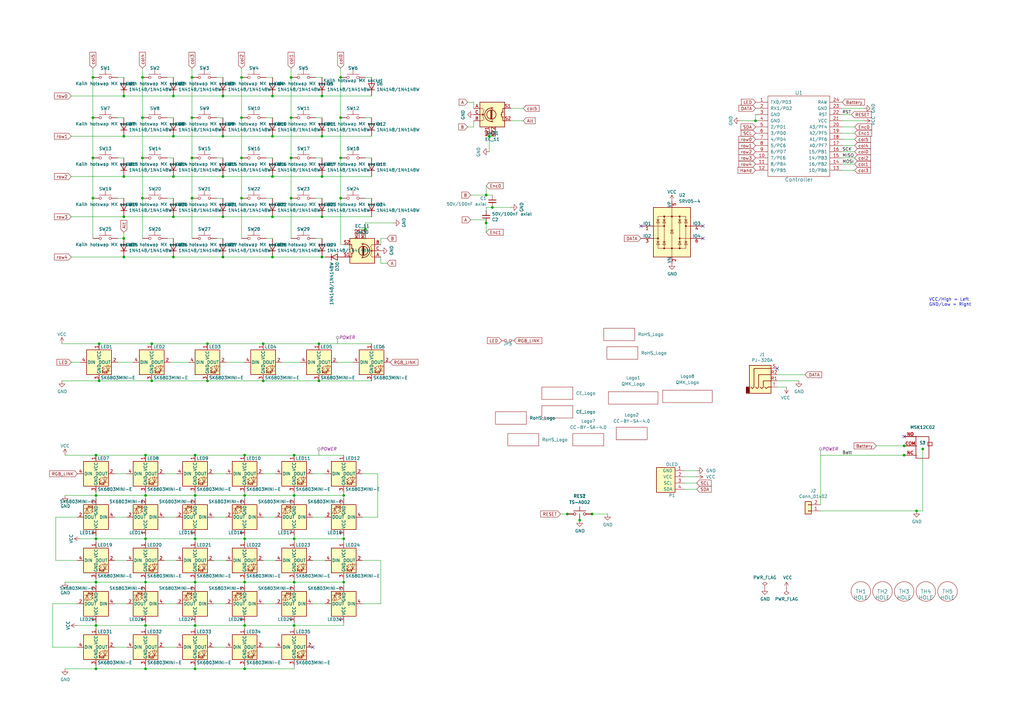
<source format=kicad_sch>
(kicad_sch (version 20250114) (generator "eeschema") (generator_version "9.0")
  (paper "A3")
  (title_block (title "Lotus 58 - TRRS Link") (date "2025-04-03") (rev "v1.30") (company "Markus Knutsson <markus.knutsson@tweety.se>") (comment 1 "https://github.com/TweetyDaBird") (comment 2 "Licensed under Creative Commons BY-SA 4.0 International"))
  (text "VCC/High = Left\nGND/Low = Right" (at 381 125.73 0) (effects (font (size 1.27 1.27)) (justify left bottom)))
  (junction (at 119.38 48.26))
  (junction (at 50.8 97.79))
  (junction (at 59.69 274.32))
  (junction (at 132.08 88.9))
  (junction (at 370.84 182.88))
  (junction (at 59.69 220.98))
  (junction (at 62.23 140.97))
  (junction (at 378.46 184.15))
  (junction (at 100.33 256.54))
  (junction (at 80.01 220.98))
  (junction (at 91.44 105.41))
  (junction (at 139.7 48.26))
  (junction (at 100.33 203.2))
  (junction (at 58.42 81.28))
  (junction (at 80.01 186.69))
  (junction (at 78.74 81.28))
  (junction (at 85.09 156.21))
  (junction (at 111.76 55.88))
  (junction (at 132.08 55.88))
  (junction (at 39.37 186.69))
  (junction (at 107.95 156.21))
  (junction (at 59.69 256.54))
  (junction (at 50.8 105.41))
  (junction (at 80.01 274.32))
  (junction (at 111.76 39.37))
  (junction (at 111.76 72.39))
  (junction (at 200.66 55.88))
  (junction (at 119.38 31.75))
  (junction (at 40.64 140.97))
  (junction (at 58.42 48.26))
  (junction (at 99.06 31.75))
  (junction (at 71.12 72.39))
  (junction (at 38.1 48.26))
  (junction (at 140.97 238.76))
  (junction (at 50.8 39.37))
  (junction (at 58.42 31.75))
  (junction (at 149.86 93.98))
  (junction (at 50.8 72.39))
  (junction (at 139.7 64.77))
  (junction (at 71.12 55.88))
  (junction (at 99.06 81.28))
  (junction (at 59.69 186.69))
  (junction (at 237.744 213.36))
  (junction (at 39.37 220.98))
  (junction (at 71.12 39.37))
  (junction (at 50.8 88.9))
  (junction (at 140.97 220.98))
  (junction (at 107.95 140.97))
  (junction (at 100.33 186.69))
  (junction (at 58.42 64.77))
  (junction (at 38.1 31.75))
  (junction (at 130.81 140.97))
  (junction (at 50.8 55.88))
  (junction (at 111.76 105.41))
  (junction (at 39.37 238.76))
  (junction (at 39.37 274.32))
  (junction (at 91.44 55.88))
  (junction (at 85.09 140.97))
  (junction (at 38.1 64.77))
  (junction (at 375.92 209.55))
  (junction (at 71.12 105.41))
  (junction (at 78.74 64.77))
  (junction (at 120.65 256.54))
  (junction (at 120.65 220.98))
  (junction (at 39.37 256.54))
  (junction (at 111.76 88.9))
  (junction (at 59.69 203.2))
  (junction (at 370.84 186.69))
  (junction (at 80.01 238.76))
  (junction (at 120.65 186.69))
  (junction (at 91.44 39.37))
  (junction (at 132.08 72.39))
  (junction (at 199.39 91.44))
  (junction (at 120.65 203.2))
  (junction (at 242.824 210.82))
  (junction (at 132.08 39.37))
  (junction (at 119.38 64.77))
  (junction (at 132.08 105.41))
  (junction (at 232.664 210.82))
  (junction (at 120.65 238.76))
  (junction (at 201.93 85.09))
  (junction (at 309.88 49.53))
  (junction (at 140.97 203.2))
  (junction (at 39.37 203.2))
  (junction (at 62.23 156.21))
  (junction (at 100.33 220.98))
  (junction (at 78.74 31.75))
  (junction (at 80.01 203.2))
  (junction (at 99.06 64.77))
  (junction (at 78.74 48.26))
  (junction (at 80.01 256.54))
  (junction (at 99.06 48.26))
  (junction (at 91.44 72.39))
  (junction (at 40.64 156.21))
  (junction (at 100.33 238.76))
  (junction (at 139.7 31.75))
  (junction (at 91.44 88.9))
  (junction (at 139.7 81.28))
  (junction (at 100.33 274.32))
  (junction (at 38.1 81.28))
  (junction (at 71.12 88.9))
  (junction (at 119.38 81.28))
  (junction (at 130.81 156.21))
  (junction (at 199.39 80.01))
  (junction (at 59.69 238.76))
  (no_connect (at 128.27 265.43))
  (no_connect (at 262.89 92.71))
  (no_connect (at 288.29 97.79))
  (no_connect (at 288.29 92.71))
  (no_connect (at 318.77 151.13))
  (no_connect (at 370.84 179.07))
  (wire (pts (xy 345.44 59.69) (xy 350.52 59.69)))
  (wire (pts (xy 140.97 203.2) (xy 140.97 201.93)))
  (wire (pts (xy 120.65 203.2) (xy 120.65 201.93)))
  (wire (pts (xy 29.21 148.59) (xy 33.02 148.59)))
  (wire (pts (xy 80.01 238.76) (xy 100.33 238.76)))
  (wire (pts (xy 120.65 186.69) (xy 140.97 186.69)))
  (wire (pts (xy 132.08 48.26) (xy 129.54 48.26)))
  (wire (pts (xy 199.39 80.01) (xy 199.39 76.2)))
  (wire (pts (xy 120.65 222.25) (xy 120.65 220.98)))
  (wire (pts (xy 109.22 31.75) (xy 111.76 31.75)))
  (wire (pts (xy 107.95 265.43) (xy 113.03 265.43)))
  (wire (pts (xy 107.95 194.31) (xy 113.03 194.31)))
  (wire (pts (xy 128.27 229.87) (xy 133.35 229.87)))
  (wire (pts (xy 67.31 212.09) (xy 72.39 212.09)))
  (wire (pts (xy 68.58 64.77) (xy 71.12 64.77)))
  (wire (pts (xy 67.31 247.65) (xy 72.39 247.65)))
  (wire (pts (xy 80.01 220.98) (xy 80.01 222.25)))
  (wire (pts (xy 39.37 274.32) (xy 39.37 273.05)))
  (wire (pts (xy 209.55 49.53) (xy 214.63 49.53)))
  (wire (pts (xy 25.4 140.97) (xy 40.64 140.97)))
  (wire (pts (xy 59.69 257.81) (xy 59.69 256.54)))
  (wire (pts (xy 318.77 153.67) (xy 330.2 153.67)))
  (wire (pts (xy 378.46 184.15) (xy 378.46 209.55)))
  (wire (pts (xy 140.97 220.98) (xy 140.97 222.25)))
  (wire (pts (xy 46.99 212.09) (xy 52.07 212.09)))
  (wire (pts (xy 128.27 194.31) (xy 133.35 194.31)))
  (wire (pts (xy 199.39 86.36) (xy 199.39 85.09)))
  (wire (pts (xy 120.65 255.27) (xy 120.65 256.54)))
  (wire (pts (xy 21.59 247.65) (xy 21.59 265.43)))
  (wire (pts (xy 31.75 247.65) (xy 21.59 247.65)))
  (wire (pts (xy 87.63 212.09) (xy 92.71 212.09)))
  (wire (pts (xy 280.67 195.58) (xy 285.75 195.58)))
  (wire (pts (xy 29.21 105.41) (xy 50.8 105.41)))
  (wire (pts (xy 359.41 182.88) (xy 370.84 182.88)))
  (wire (pts (xy 378.46 209.55) (xy 375.92 209.55)))
  (wire (pts (xy 87.63 229.87) (xy 92.71 229.87)))
  (wire (pts (xy 201.93 85.09) (xy 209.55 85.09)))
  (wire (pts (xy 156.21 229.87) (xy 156.21 247.65)))
  (wire (pts (xy 68.58 31.75) (xy 71.12 31.75)))
  (wire (pts (xy 59.69 220.98) (xy 80.01 220.98)))
  (wire (pts (xy 80.01 186.69) (xy 100.33 186.69)))
  (wire (pts (xy 50.8 81.28) (xy 48.26 81.28)))
  (wire (pts (xy 193.04 80.01) (xy 199.39 80.01)))
  (wire (pts (xy 91.44 97.79) (xy 88.9 97.79)))
  (wire (pts (xy 87.63 194.31) (xy 92.71 194.31)))
  (wire (pts (xy 132.08 55.88) (xy 152.4 55.88)))
  (wire (pts (xy 78.74 48.26) (xy 78.74 64.77)))
  (wire (pts (xy 40.64 156.21) (xy 62.23 156.21)))
  (wire (pts (xy 39.37 220.98) (xy 33.02 220.98)))
  (wire (pts (xy 120.65 256.54) (xy 140.97 256.54)))
  (wire (pts (xy 38.1 27.94) (xy 38.1 31.75)))
  (wire (pts (xy 88.9 31.75) (xy 91.44 31.75)))
  (wire (pts (xy 132.08 105.41) (xy 133.35 105.41)))
  (wire (pts (xy 99.06 31.75) (xy 99.06 48.26)))
  (wire (pts (xy 59.69 220.98) (xy 59.69 222.25)))
  (wire (pts (xy 99.06 27.94) (xy 99.06 31.75)))
  (wire (pts (xy 26.67 186.69) (xy 39.37 186.69)))
  (wire (pts (xy 336.55 186.69) (xy 336.55 207.01)))
  (wire (pts (xy 78.74 64.77) (xy 78.74 81.28)))
  (wire (pts (xy 46.99 194.31) (xy 52.07 194.31)))
  (wire (pts (xy 39.37 203.2) (xy 39.37 204.47)))
  (wire (pts (xy 80.01 237.49) (xy 80.01 238.76)))
  (wire (pts (xy 107.95 140.97) (xy 130.81 140.97)))
  (wire (pts (xy 29.21 55.88) (xy 50.8 55.88)))
  (wire (pts (xy 50.8 55.88) (xy 71.12 55.88)))
  (wire (pts (xy 59.69 255.27) (xy 59.69 256.54)))
  (wire (pts (xy 48.26 64.77) (xy 50.8 64.77)))
  (wire (pts (xy 78.74 31.75) (xy 78.74 48.26)))
  (wire (pts (xy 80.01 203.2) (xy 59.69 203.2)))
  (wire (pts (xy 31.75 229.87) (xy 22.86 229.87)))
  (wire (pts (xy 309.88 49.53) (xy 303.53 49.53)))
  (wire (pts (xy 115.57 148.59) (xy 123.19 148.59)))
  (wire (pts (xy 100.33 203.2) (xy 100.33 201.93)))
  (wire (pts (xy 39.37 240.03) (xy 39.37 238.76)))
  (wire (pts (xy 71.12 105.41) (xy 91.44 105.41)))
  (wire (pts (xy 345.44 52.07) (xy 350.52 52.07)))
  (wire (pts (xy 111.76 64.77) (xy 109.22 64.77)))
  (wire (pts (xy 50.8 95.25) (xy 50.8 97.79)))
  (wire (pts (xy 39.37 220.98) (xy 39.37 222.25)))
  (wire (pts (xy 149.86 64.77) (xy 152.4 64.77)))
  (wire (pts (xy 199.39 85.09) (xy 201.93 85.09)))
  (wire (pts (xy 78.74 81.28) (xy 78.74 97.79)))
  (wire (pts (xy 80.01 203.2) (xy 100.33 203.2)))
  (wire (pts (xy 46.99 265.43) (xy 52.07 265.43)))
  (wire (pts (xy 158.75 107.95) (xy 156.21 107.95)))
  (wire (pts (xy 100.33 220.98) (xy 100.33 222.25)))
  (wire (pts (xy 39.37 201.93) (xy 39.37 203.2)))
  (wire (pts (xy 200.66 62.23) (xy 200.66 55.88)))
  (wire (pts (xy 318.77 156.21) (xy 327.66 156.21)))
  (wire (pts (xy 71.12 72.39) (xy 91.44 72.39)))
  (wire (pts (xy 50.8 88.9) (xy 71.12 88.9)))
  (wire (pts (xy 309.88 46.99) (xy 309.88 49.53)))
  (wire (pts (xy 99.06 64.77) (xy 99.06 81.28)))
  (wire (pts (xy 156.21 107.95) (xy 156.21 105.41)))
  (wire (pts (xy 199.39 95.25) (xy 199.39 91.44)))
  (wire (pts (xy 201.93 80.01) (xy 199.39 80.01)))
  (wire (pts (xy 280.67 200.66) (xy 285.75 200.66)))
  (wire (pts (xy 209.55 44.45) (xy 214.63 44.45)))
  (wire (pts (xy 25.4 156.21) (xy 40.64 156.21)))
  (wire (pts (xy 119.38 81.28) (xy 119.38 97.79)))
  (wire (pts (xy 39.37 219.71) (xy 39.37 220.98)))
  (wire (pts (xy 191.77 52.07) (xy 194.31 52.07)))
  (wire (pts (xy 161.29 91.44) (xy 149.86 91.44)))
  (wire (pts (xy 78.74 27.94) (xy 78.74 31.75)))
  (wire (pts (xy 62.23 140.97) (xy 85.09 140.97)))
  (wire (pts (xy 345.44 49.53) (xy 354.33 49.53)))
  (wire (pts (xy 280.67 198.12) (xy 285.75 198.12)))
  (wire (pts (xy 130.81 140.97) (xy 152.4 140.97)))
  (wire (pts (xy 71.12 55.88) (xy 91.44 55.88)))
  (wire (pts (xy 119.38 31.75) (xy 119.38 48.26)))
  (wire (pts (xy 59.69 274.32) (xy 39.37 274.32)))
  (wire (pts (xy 99.06 48.26) (xy 99.06 64.77)))
  (wire (pts (xy 92.71 148.59) (xy 100.33 148.59)))
  (wire (pts (xy 149.86 81.28) (xy 152.4 81.28)))
  (wire (pts (xy 100.33 203.2) (xy 120.65 203.2)))
  (wire (pts (xy 21.59 265.43) (xy 31.75 265.43)))
  (wire (pts (xy 139.7 31.75) (xy 139.7 48.26)))
  (wire (pts (xy 69.85 148.59) (xy 77.47 148.59)))
  (wire (pts (xy 345.44 54.61) (xy 350.52 54.61)))
  (wire (pts (xy 280.67 193.04) (xy 285.75 193.04)))
  (wire (pts (xy 100.33 274.32) (xy 80.01 274.32)))
  (wire (pts (xy 109.22 81.28) (xy 111.76 81.28)))
  (wire (pts (xy 119.38 48.26) (xy 119.38 64.77)))
  (wire (pts (xy 80.01 274.32) (xy 80.01 273.05)))
  (wire (pts (xy 71.12 48.26) (xy 68.58 48.26)))
  (wire (pts (xy 100.33 256.54) (xy 100.33 255.27)))
  (wire (pts (xy 345.44 44.45) (xy 354.33 44.45)))
  (wire (pts (xy 67.31 229.87) (xy 72.39 229.87)))
  (wire (pts (xy 107.95 156.21) (xy 130.81 156.21)))
  (wire (pts (xy 91.44 88.9) (xy 111.76 88.9)))
  (wire (pts (xy 80.01 257.81) (xy 80.01 256.54)))
  (wire (pts (xy 119.38 64.77) (xy 119.38 81.28)))
  (wire (pts (xy 148.59 247.65) (xy 156.21 247.65)))
  (wire (pts (xy 100.33 238.76) (xy 120.65 238.76)))
  (wire (pts (xy 58.42 27.94) (xy 58.42 31.75)))
  (wire (pts (xy 31.75 256.54) (xy 39.37 256.54)))
  (wire (pts (xy 200.66 55.88) (xy 203.2 55.88)))
  (wire (pts (xy 99.06 81.28) (xy 99.06 97.79)))
  (wire (pts (xy 147.32 93.98) (xy 149.86 93.98)))
  (wire (pts (xy 130.81 156.21) (xy 152.4 156.21)))
  (wire (pts (xy 48.26 148.59) (xy 54.61 148.59)))
  (wire (pts (xy 100.33 257.81) (xy 100.33 256.54)))
  (wire (pts (xy 29.21 88.9) (xy 50.8 88.9)))
  (wire (pts (xy 46.99 247.65) (xy 52.07 247.65)))
  (wire (pts (xy 132.08 97.79) (xy 129.54 97.79)))
  (wire (pts (xy 88.9 48.26) (xy 91.44 48.26)))
  (wire (pts (xy 140.97 237.49) (xy 140.97 238.76)))
  (wire (pts (xy 107.95 247.65) (xy 113.03 247.65)))
  (wire (pts (xy 111.76 97.79) (xy 109.22 97.79)))
  (wire (pts (xy 80.01 203.2) (xy 80.01 204.47)))
  (wire (pts (xy 120.65 274.32) (xy 100.33 274.32)))
  (wire (pts (xy 26.67 238.76) (xy 39.37 238.76)))
  (wire (pts (xy 140.97 220.98) (xy 140.97 219.71)))
  (wire (pts (xy 100.33 204.47) (xy 100.33 203.2)))
  (wire (pts (xy 149.86 31.75) (xy 152.4 31.75)))
  (wire (pts (xy 140.97 203.2) (xy 140.97 204.47)))
  (wire (pts (xy 120.65 204.47) (xy 120.65 203.2)))
  (wire (pts (xy 345.44 62.23) (xy 350.52 62.23)))
  (wire (pts (xy 87.63 247.65) (xy 92.71 247.65)))
  (wire (pts (xy 191.77 41.91) (xy 194.31 41.91)))
  (wire (pts (xy 193.04 90.17) (xy 199.39 90.17)))
  (wire (pts (xy 59.69 186.69) (xy 80.01 186.69)))
  (wire (pts (xy 120.65 238.76) (xy 140.97 238.76)))
  (wire (pts (xy 80.01 220.98) (xy 80.01 219.71)))
  (wire (pts (xy 345.44 67.31) (xy 350.52 67.31)))
  (wire (pts (xy 67.31 265.43) (xy 72.39 265.43)))
  (wire (pts (xy 22.86 229.87) (xy 22.86 212.09)))
  (wire (pts (xy 249.174 210.82) (xy 242.824 210.82)))
  (wire (pts (xy 194.31 52.07) (xy 194.31 49.53)))
  (wire (pts (xy 50.8 105.41) (xy 71.12 105.41)))
  (wire (pts (xy 87.63 265.43) (xy 92.71 265.43)))
  (wire (pts (xy 59.69 274.32) (xy 59.69 273.05)))
  (wire (pts (xy 132.08 31.75) (xy 129.54 31.75)))
  (wire (pts (xy 39.37 203.2) (xy 26.67 203.2)))
  (wire (pts (xy 91.44 81.28) (xy 88.9 81.28)))
  (wire (pts (xy 111.76 55.88) (xy 132.08 55.88)))
  (wire (pts (xy 132.08 72.39) (xy 152.4 72.39)))
  (wire (pts (xy 59.69 203.2) (xy 59.69 201.93)))
  (wire (pts (xy 345.44 69.85) (xy 350.52 69.85)))
  (wire (pts (xy 39.37 186.69) (xy 59.69 186.69)))
  (wire (pts (xy 29.21 39.37) (xy 50.8 39.37)))
  (wire (pts (xy 149.86 91.44) (xy 149.86 93.98)))
  (wire (pts (xy 139.7 64.77) (xy 139.7 81.28)))
  (wire (pts (xy 120.65 257.81) (xy 120.65 256.54)))
  (wire (pts (xy 152.4 48.26) (xy 149.86 48.26)))
  (wire (pts (xy 39.37 203.2) (xy 59.69 203.2)))
  (wire (pts (xy 100.33 237.49) (xy 100.33 238.76)))
  (wire (pts (xy 59.69 237.49) (xy 59.69 238.76)))
  (wire (pts (xy 120.65 203.2) (xy 140.97 203.2)))
  (wire (pts (xy 140.97 256.54) (xy 140.97 255.27)))
  (wire (pts (xy 91.44 105.41) (xy 111.76 105.41)))
  (wire (pts (xy 111.76 72.39) (xy 132.08 72.39)))
  (wire (pts (xy 100.33 220.98) (xy 120.65 220.98)))
  (wire (pts (xy 120.65 274.32) (xy 120.65 273.05)))
  (wire (pts (xy 345.44 46.99) (xy 349.25 46.99)))
  (wire (pts (xy 120.65 220.98) (xy 120.65 219.71)))
  (wire (pts (xy 148.59 229.87) (xy 156.21 229.87)))
  (wire (pts (xy 154.94 194.31) (xy 154.94 212.09)))
  (wire (pts (xy 199.39 91.44) (xy 199.39 90.17)))
  (wire (pts (xy 91.44 72.39) (xy 111.76 72.39)))
  (wire (pts (xy 80.01 201.93) (xy 80.01 203.2)))
  (wire (pts (xy 91.44 39.37) (xy 111.76 39.37)))
  (wire (pts (xy 58.42 81.28) (xy 58.42 97.79)))
  (wire (pts (xy 59.69 220.98) (xy 59.69 219.71)))
  (wire (pts (xy 59.69 204.47) (xy 59.69 203.2)))
  (wire (pts (xy 80.01 240.03) (xy 80.01 238.76)))
  (wire (pts (xy 67.31 194.31) (xy 72.39 194.31)))
  (wire (pts (xy 158.75 97.79) (xy 156.21 97.79)))
  (wire (pts (xy 120.65 220.98) (xy 140.97 220.98)))
  (wire (pts (xy 80.01 256.54) (xy 80.01 255.27)))
  (wire (pts (xy 318.77 158.75) (xy 322.58 158.75)))
  (wire (pts (xy 71.12 39.37) (xy 91.44 39.37)))
  (wire (pts (xy 46.99 229.87) (xy 52.07 229.87)))
  (wire (pts (xy 39.37 255.27) (xy 39.37 256.54)))
  (wire (pts (xy 38.1 48.26) (xy 38.1 64.77)))
  (wire (pts (xy 148.59 212.09) (xy 154.94 212.09)))
  (wire (pts (xy 128.27 247.65) (xy 133.35 247.65)))
  (wire (pts (xy 39.37 257.81) (xy 39.37 256.54)))
  (wire (pts (xy 80.01 220.98) (xy 100.33 220.98)))
  (wire (pts (xy 59.69 256.54) (xy 80.01 256.54)))
  (wire (pts (xy 38.1 81.28) (xy 38.1 97.79)))
  (wire (pts (xy 59.69 238.76) (xy 80.01 238.76)))
  (wire (pts (xy 107.95 212.09) (xy 113.03 212.09)))
  (wire (pts (xy 119.38 27.94) (xy 119.38 31.75)))
  (wire (pts (xy 139.7 48.26) (xy 139.7 64.77)))
  (wire (pts (xy 139.7 27.94) (xy 139.7 31.75)))
  (wire (pts (xy 139.7 81.28) (xy 139.7 100.33)))
  (wire (pts (xy 80.01 274.32) (xy 59.69 274.32)))
  (wire (pts (xy 132.08 39.37) (xy 152.4 39.37)))
  (wire (pts (xy 100.33 186.69) (xy 120.65 186.69)))
  (wire (pts (xy 100.33 274.32) (xy 100.33 273.05)))
  (wire (pts (xy 50.8 39.37) (xy 71.12 39.37)))
  (wire (pts (xy 85.09 156.21) (xy 107.95 156.21)))
  (wire (pts (xy 132.08 88.9) (xy 152.4 88.9)))
  (wire (pts (xy 100.33 256.54) (xy 120.65 256.54)))
  (wire (pts (xy 71.12 88.9) (xy 91.44 88.9)))
  (wire (pts (xy 120.65 240.03) (xy 120.65 238.76)))
  (wire (pts (xy 40.64 140.97) (xy 62.23 140.97)))
  (wire (pts (xy 71.12 81.28) (xy 68.58 81.28)))
  (wire (pts (xy 22.86 212.09) (xy 31.75 212.09)))
  (wire (pts (xy 39.37 274.32) (xy 26.67 274.32)))
  (wire (pts (xy 39.37 238.76) (xy 59.69 238.76)))
  (wire (pts (xy 58.42 64.77) (xy 58.42 81.28)))
  (wire (pts (xy 156.21 97.79) (xy 156.21 100.33)))
  (wire (pts (xy 107.95 229.87) (xy 113.03 229.87)))
  (wire (pts (xy 336.55 186.69) (xy 370.84 186.69)))
  (wire (pts (xy 132.08 64.77) (xy 129.54 64.77)))
  (wire (pts (xy 139.7 100.33) (xy 140.97 100.33)))
  (wire (pts (xy 71.12 97.79) (xy 68.58 97.79)))
  (wire (pts (xy 62.23 156.21) (xy 85.09 156.21)))
  (wire (pts (xy 50.8 48.26) (xy 48.26 48.26)))
  (wire (pts (xy 345.44 64.77) (xy 350.52 64.77)))
  (wire (pts (xy 85.09 140.97) (xy 107.95 140.97)))
  (wire (pts (xy 100.33 238.76) (xy 100.33 240.03)))
  (wire (pts (xy 111.76 48.26) (xy 109.22 48.26)))
  (wire (pts (xy 88.9 64.77) (xy 91.44 64.77)))
  (wire (pts (xy 138.43 148.59) (xy 144.78 148.59)))
  (wire (pts (xy 50.8 31.75) (xy 48.26 31.75)))
  (wire (pts (xy 148.59 194.31) (xy 154.94 194.31)))
  (wire (pts (xy 80.01 256.54) (xy 100.33 256.54)))
  (wire (pts (xy 120.65 237.49) (xy 120.65 238.76)))
  (wire (pts (xy 111.76 105.41) (xy 132.08 105.41)))
  (wire (pts (xy 50.8 72.39) (xy 71.12 72.39)))
  (wire (pts (xy 132.08 81.28) (xy 129.54 81.28)))
  (wire (pts (xy 111.76 88.9) (xy 132.08 88.9)))
  (wire (pts (xy 39.37 220.98) (xy 59.69 220.98)))
  (wire (pts (xy 58.42 31.75) (xy 58.42 48.26)))
  (wire (pts (xy 29.21 72.39) (xy 50.8 72.39)))
  (wire (pts (xy 59.69 238.76) (xy 59.69 240.03)))
  (wire (pts (xy 39.37 256.54) (xy 59.69 256.54)))
  (wire (pts (xy 100.33 220.98) (xy 100.33 219.71)))
  (wire (pts (xy 229.87 210.82) (xy 232.664 210.82)))
  (wire (pts (xy 336.55 209.55) (xy 375.92 209.55)))
  (wire (pts (xy 91.44 55.88) (xy 111.76 55.88)))
  (wire (pts (xy 194.31 41.91) (xy 194.31 44.45)))
  (wire (pts (xy 39.37 237.49) (xy 39.37 238.76)))
  (wire (pts (xy 345.44 57.15) (xy 350.52 57.15)))
  (wire (pts (xy 48.26 97.79) (xy 50.8 97.79)))
  (wire (pts (xy 140.97 238.76) (xy 140.97 240.03)))
  (wire (pts (xy 38.1 31.75) (xy 38.1 48.26)))
  (wire (pts (xy 111.76 39.37) (xy 132.08 39.37)))
  (wire (pts (xy 58.42 48.26) (xy 58.42 64.77)))
  (wire (pts (xy 38.1 64.77) (xy 38.1 81.28)))
  (wire (pts (xy 128.27 212.09) (xy 133.35 212.09)))
  (label "MOSI" (at 345.44 67.31 0))
  (label "SCK" (at 345.44 62.23 0))
  (label "Batt" (at 345.44 186.69 0))
  (label "RST" (at 345.44 46.99 0))
  (label "MISO" (at 345.44 64.77 0))
  (global_label "A" (shape input) (at 193.04 90.17 180) (property "Intersheetrefs" "${INTERSHEET_REFS}" (effects (hide yes))))
  (global_label "Alt" (shape input) (at 50.8 95.25 90) (property "Intersheetrefs" "${INTERSHEET_REFS}" (effects (hide yes))))
  (global_label "col2" (shape input) (at 350.52 64.77 0) (property "Intersheetrefs" "${INTERSHEET_REFS}" (effects (hide yes))))
  (global_label "row2" (shape input) (at 309.88 62.23 180) (property "Intersheetrefs" "${INTERSHEET_REFS}" (effects (hide yes))))
  (global_label "RESET" (shape input) (at 349.25 46.99 0) (property "Intersheetrefs" "${INTERSHEET_REFS}" (effects (hide yes))))
  (global_label "col4" (shape input) (at 58.42 27.94 90) (property "Intersheetrefs" "${INTERSHEET_REFS}" (effects (hide yes))))
  (global_label "row1" (shape input) (at 309.88 59.69 180) (property "Intersheetrefs" "${INTERSHEET_REFS}" (effects (hide yes))))
  (global_label "Battery" (shape input) (at 345.44 41.91 0) (property "Intersheetrefs" "${INTERSHEET_REFS}" (effects (hide yes))))
  (global_label "LED" (shape input) (at 29.21 148.59 180) (property "Intersheetrefs" "${INTERSHEET_REFS}" (effects (hide yes))))
  (global_label "Enc1" (shape input) (at 199.39 95.25 0) (property "Intersheetrefs" "${INTERSHEET_REFS}" (effects (hide yes))))
  (global_label "row3" (shape input) (at 29.21 88.9 180) (property "Intersheetrefs" "${INTERSHEET_REFS}" (effects (hide yes))))
  (global_label "row3" (shape input) (at 309.88 64.77 180) (property "Intersheetrefs" "${INTERSHEET_REFS}" (effects (hide yes))))
  (global_label "SCL" (shape input) (at 309.88 54.61 180) (property "Intersheetrefs" "${INTERSHEET_REFS}" (effects (hide yes))))
  (global_label "Enc0" (shape input) (at 350.52 52.07 0) (property "Intersheetrefs" "${INTERSHEET_REFS}" (effects (hide yes))))
  (global_label "col4" (shape input) (at 350.52 59.69 0) (property "Intersheetrefs" "${INTERSHEET_REFS}" (effects (hide yes))))
  (global_label "SDA" (shape input) (at 285.75 200.66 0) (property "Intersheetrefs" "${INTERSHEET_REFS}" (effects (hide yes))))
  (global_label "row1" (shape input) (at 29.21 55.88 180) (property "Intersheetrefs" "${INTERSHEET_REFS}" (effects (hide yes))))
  (global_label "RGB_LINK" (shape input) (at 160.02 148.59 0) (property "Intersheetrefs" "${INTERSHEET_REFS}" (effects (hide yes))))
  (global_label "RGB_LINK" (shape input) (at 210.82 139.7 0) (property "Intersheetrefs" "${INTERSHEET_REFS}" (effects (hide yes))))
  (global_label "row2" (shape input) (at 29.21 72.39 180) (property "Intersheetrefs" "${INTERSHEET_REFS}" (effects (hide yes))))
  (global_label "A" (shape input) (at 191.77 41.91 180) (property "Intersheetrefs" "${INTERSHEET_REFS}" (effects (hide yes))))
  (global_label "col5" (shape input) (at 214.63 44.45 0) (property "Intersheetrefs" "${INTERSHEET_REFS}" (effects (hide yes))))
  (global_label "col5" (shape input) (at 38.1 27.94 90) (property "Intersheetrefs" "${INTERSHEET_REFS}" (effects (hide yes))))
  (global_label "col0" (shape input) (at 350.52 62.23 0) (property "Intersheetrefs" "${INTERSHEET_REFS}" (effects (hide yes))))
  (global_label "col3" (shape input) (at 78.74 27.94 90) (property "Intersheetrefs" "${INTERSHEET_REFS}" (effects (hide yes))))
  (global_label "LED" (shape input) (at 205.74 139.7 180) (property "Intersheetrefs" "${INTERSHEET_REFS}" (effects (hide yes))))
  (global_label "DATA" (shape input) (at 262.89 97.79 180) (property "Intersheetrefs" "${INTERSHEET_REFS}" (effects (hide yes))))
  (global_label "Battery" (shape input) (at 359.41 182.88 180) (property "Intersheetrefs" "${INTERSHEET_REFS}" (effects (hide yes))))
  (global_label "LED" (shape input) (at 309.88 41.91 180) (property "Intersheetrefs" "${INTERSHEET_REFS}" (effects (hide yes))))
  (global_label "Hand" (shape input) (at 309.88 69.85 180) (property "Intersheetrefs" "${INTERSHEET_REFS}" (effects (hide yes))))
  (global_label "A" (shape input) (at 158.75 107.95 0) (property "Intersheetrefs" "${INTERSHEET_REFS}" (effects (hide yes))))
  (global_label "row0" (shape input) (at 29.21 39.37 180) (property "Intersheetrefs" "${INTERSHEET_REFS}" (effects (hide yes))))
  (global_label "SDA" (shape input) (at 309.88 52.07 180) (property "Intersheetrefs" "${INTERSHEET_REFS}" (effects (hide yes))))
  (global_label "Alt" (shape input) (at 214.63 49.53 0) (property "Intersheetrefs" "${INTERSHEET_REFS}" (effects (hide yes))))
  (global_label "B" (shape input) (at 193.04 80.01 180) (property "Intersheetrefs" "${INTERSHEET_REFS}" (effects (hide yes))))
  (global_label "col5" (shape input) (at 350.52 57.15 0) (property "Intersheetrefs" "${INTERSHEET_REFS}" (effects (hide yes))))
  (global_label "DATA" (shape input) (at 330.2 153.67 0) (property "Intersheetrefs" "${INTERSHEET_REFS}" (effects (hide yes))))
  (global_label "Enc0" (shape input) (at 199.39 76.2 0) (property "Intersheetrefs" "${INTERSHEET_REFS}" (effects (hide yes))))
  (global_label "SCL" (shape input) (at 285.75 198.12 0) (property "Intersheetrefs" "${INTERSHEET_REFS}" (effects (hide yes))))
  (global_label "row4" (shape input) (at 29.21 105.41 180) (property "Intersheetrefs" "${INTERSHEET_REFS}" (effects (hide yes))))
  (global_label "row0" (shape input) (at 309.88 57.15 180) (property "Intersheetrefs" "${INTERSHEET_REFS}" (effects (hide yes))))
  (global_label "RGB_LINK" (shape input) (at 31.75 194.31 180) (property "Intersheetrefs" "${INTERSHEET_REFS}" (effects (hide yes))))
  (global_label "B" (shape input) (at 191.77 52.07 180) (property "Intersheetrefs" "${INTERSHEET_REFS}" (effects (hide yes))))
  (global_label "B" (shape input) (at 158.75 97.79 0) (property "Intersheetrefs" "${INTERSHEET_REFS}" (effects (hide yes))))
  (global_label "col1" (shape input) (at 350.52 67.31 0) (property "Intersheetrefs" "${INTERSHEET_REFS}" (effects (hide yes))))
  (global_label "col1" (shape input) (at 119.38 27.94 90) (property "Intersheetrefs" "${INTERSHEET_REFS}" (effects (hide yes))))
  (global_label "col0" (shape input) (at 139.7 27.94 90) (property "Intersheetrefs" "${INTERSHEET_REFS}" (effects (hide yes))))
  (global_label "col2" (shape input) (at 99.06 27.94 90) (property "Intersheetrefs" "${INTERSHEET_REFS}" (effects (hide yes))))
  (global_label "DATA" (shape input) (at 309.88 44.45 180) (property "Intersheetrefs" "${INTERSHEET_REFS}" (effects (hide yes))))
  (global_label "row4" (shape input) (at 309.88 67.31 180) (property "Intersheetrefs" "${INTERSHEET_REFS}" (effects (hide yes))))
  (global_label "Enc1" (shape input) (at 350.52 54.61 0) (property "Intersheetrefs" "${INTERSHEET_REFS}" (effects (hide yes))))
  (global_label "RESET" (shape input) (at 229.87 210.82 180) (property "Intersheetrefs" "${INTERSHEET_REFS}" (effects (hide yes))))
  (global_label "col3" (shape input) (at 350.52 69.85 0) (property "Intersheetrefs" "${INTERSHEET_REFS}" (effects (hide yes))))
  (netclass_flag "" (length 2.54) (shape round) (at 336.55 186.69 0) (property "Netclass" "POWER" (at 337.1596 184.15 0) (effects (font (italic yes)) (justify left))))
  (netclass_flag "" (length 2.54) (shape round) (at 130.81 186.69 0) (property "Netclass" "POWER" (at 131.4196 184.15 0) (effects (font (italic yes)) (justify left))))
  (netclass_flag "" (length 2.54) (shape round) (at 138.43 140.97 0) (property "Netclass" "POWER" (at 139.0396 138.43 0) (effects (font (italic yes)) (justify left))))
  (symbol (lib_id "keebio:ProMicro") (at 327.66 55.88 0) (unit 1)
    (property "Reference" "U1" (at 327.66 38.1 0) (effects (font (size 1.524 1.524))))
    (property "Value" "Controller" (at 327.66 73.66 0) (effects (font (size 1.524 1.524))))
    (property "Footprint" "Keyboard Controllers:ProMicro_Reversible_orig" (effects (hide yes)))
  )
  (symbol (lib_id "Switch:SW_Push") (at 43.18 97.79 0) (unit 1)
    (property "Reference" "SW25" (at 43.18 93.98 0))
    (property "Value" "Kailh hotswap MX socket" (at 43.18 100.33 0))
    (property "Footprint" "keyswitches:Kailh_socket_MX_reversible_RGB" (effects (hide yes)))
  )
  (symbol (lib_id "Switch:SW_Push") (at 63.5 97.79 0) (unit 1)
    (property "Reference" "SW26" (at 63.5 93.98 0))
    (property "Value" "Kailh hotswap MX socket" (at 63.5 100.33 0))
    (property "Footprint" "keyswitches:Kailh_socket_MX_reversible_RGB" (effects (hide yes)))
  )
  (symbol (lib_id "Switch:SW_Push") (at 43.18 31.75 0) (mirror y) (unit 1)
    (property "Reference" "SW1" (at 43.18 27.94 0))
    (property "Value" "Kailh hotswap MX socket" (at 43.18 34.29 0))
    (property "Footprint" "keyswitches:Kailh_socket_MX_reversible_RGB" (effects (hide yes)))
  )
  (symbol (lib_id "Device:D") (at 50.8 35.56 90) (unit 1)
    (property "Reference" "D1" (at 52.8066 34.3916 90) (effects (justify right)))
    (property "Value" "1N4148/1N4148W" (at 52.8066 36.703 90) (effects (justify right)))
    (property "Footprint" "Keyboard Library:Diode_DO35_SOD123" (effects (hide yes)))
    (property "Description" "Diode" (effects (hide yes)))
    (property "Sim.Device" "D" (effects (hide yes)))
    (property "Sim.Pins" "1=K 2=A" (effects (hide yes)))
  )
  (symbol (lib_id "Switch:SW_Push") (at 63.5 31.75 0) (unit 1)
    (property "Reference" "SW2" (at 63.5 27.94 0))
    (property "Value" "Kailh hotswap MX socket" (at 63.5 34.29 0))
    (property "Footprint" "keyswitches:Kailh_socket_MX_reversible_RGB" (effects (hide yes)))
  )
  (symbol (lib_id "Device:D") (at 71.12 35.56 90) (unit 1)
    (property "Reference" "D2" (at 73.1266 34.3916 90) (effects (justify right)))
    (property "Value" "1N4148/1N4148W" (at 73.1266 36.703 90) (effects (justify right)))
    (property "Footprint" "Keyboard Library:Diode_DO35_SOD123" (effects (hide yes)))
    (property "Description" "Diode" (effects (hide yes)))
    (property "Sim.Device" "D" (effects (hide yes)))
    (property "Sim.Pins" "1=K 2=A" (effects (hide yes)))
  )
  (symbol (lib_id "Switch:SW_Push") (at 83.82 31.75 0) (unit 1)
    (property "Reference" "SW3" (at 83.82 27.94 0))
    (property "Value" "Kailh hotswap MX socket" (at 83.82 34.29 0))
    (property "Footprint" "keyswitches:Kailh_socket_MX_reversible_RGB" (effects (hide yes)))
  )
  (symbol (lib_id "Device:D") (at 91.44 35.56 90) (unit 1)
    (property "Reference" "D3" (at 93.4466 34.3916 90) (effects (justify right)))
    (property "Value" "1N4148/1N4148W" (at 93.4466 36.703 90) (effects (justify right)))
    (property "Footprint" "Keyboard Library:Diode_DO35_SOD123" (effects (hide yes)))
    (property "Description" "Diode" (effects (hide yes)))
    (property "Sim.Device" "D" (effects (hide yes)))
    (property "Sim.Pins" "1=K 2=A" (effects (hide yes)))
  )
  (symbol (lib_id "Switch:SW_Push") (at 104.14 31.75 0) (unit 1)
    (property "Reference" "SW4" (at 104.14 27.94 0))
    (property "Value" "Kailh hotswap MX socket" (at 104.14 34.29 0))
    (property "Footprint" "keyswitches:Kailh_socket_MX_reversible_RGB" (effects (hide yes)))
  )
  (symbol (lib_id "Device:D") (at 111.76 35.56 90) (unit 1)
    (property "Reference" "D4" (at 113.7666 34.3916 90) (effects (justify right)))
    (property "Value" "1N4148/1N4148W" (at 113.7666 36.703 90) (effects (justify right)))
    (property "Footprint" "Keyboard Library:Diode_DO35_SOD123" (effects (hide yes)))
    (property "Description" "Diode" (effects (hide yes)))
    (property "Sim.Device" "D" (effects (hide yes)))
    (property "Sim.Pins" "1=K 2=A" (effects (hide yes)))
  )
  (symbol (lib_id "Switch:SW_Push") (at 124.46 31.75 0) (unit 1)
    (property "Reference" "SW5" (at 124.46 27.94 0))
    (property "Value" "Kailh hotswap MX socket" (at 124.46 34.29 0))
    (property "Footprint" "keyswitches:Kailh_socket_MX_reversible_RGB" (effects (hide yes)))
  )
  (symbol (lib_id "Device:D") (at 132.08 35.56 90) (unit 1)
    (property "Reference" "D5" (at 134.0866 34.3916 90) (effects (justify right)))
    (property "Value" "1N4148/1N4148W" (at 134.0866 36.703 90) (effects (justify right)))
    (property "Footprint" "Keyboard Library:Diode_DO35_SOD123" (effects (hide yes)))
    (property "Description" "Diode" (effects (hide yes)))
    (property "Sim.Device" "D" (effects (hide yes)))
    (property "Sim.Pins" "1=K 2=A" (effects (hide yes)))
  )
  (symbol (lib_id "Switch:SW_Push") (at 144.78 31.75 0) (unit 1)
    (property "Reference" "SW6" (at 144.78 27.94 0))
    (property "Value" "Kailh hotswap MX socket" (at 144.78 33.02 0))
    (property "Footprint" "keyswitches:Kailh_socket_MX_reversible_RGB" (effects (hide yes)))
  )
  (symbol (lib_id "Device:D") (at 152.4 35.56 90) (unit 1)
    (property "Reference" "D6" (at 154.4066 34.3916 90) (effects (justify right)))
    (property "Value" "1N4148/1N4148W" (at 154.4066 36.703 90) (effects (justify right)))
    (property "Footprint" "Keyboard Library:Diode_DO35_SOD123" (effects (hide yes)))
    (property "Description" "Diode" (effects (hide yes)))
    (property "Sim.Device" "D" (effects (hide yes)))
    (property "Sim.Pins" "1=K 2=A" (effects (hide yes)))
  )
  (symbol (lib_id "Switch:SW_Push") (at 63.5 48.26 0) (unit 1)
    (property "Reference" "SW8" (at 63.5 44.45 0))
    (property "Value" "Kailh hotswap MX socket" (at 63.5 50.8 0))
    (property "Footprint" "keyswitches:Kailh_socket_MX_reversible_RGB" (effects (hide yes)))
  )
  (symbol (lib_id "Switch:SW_Push") (at 83.82 48.26 0) (unit 1)
    (property "Reference" "SW9" (at 83.82 44.45 0))
    (property "Value" "Kailh hotswap MX socket" (at 83.82 50.8 0))
    (property "Footprint" "keyswitches:Kailh_socket_MX_reversible_RGB" (effects (hide yes)))
  )
  (symbol (lib_id "Switch:SW_Push") (at 104.14 48.26 0) (unit 1)
    (property "Reference" "SW10" (at 104.14 44.45 0))
    (property "Value" "Kailh hotswap MX socket" (at 104.14 50.8 0))
    (property "Footprint" "keyswitches:Kailh_socket_MX_reversible_RGB" (effects (hide yes)))
  )
  (symbol (lib_id "Switch:SW_Push") (at 124.46 48.26 0) (unit 1)
    (property "Reference" "SW11" (at 124.46 44.45 0))
    (property "Value" "Kailh hotswap MX socket" (at 124.46 50.8 0))
    (property "Footprint" "keyswitches:Kailh_socket_MX_reversible_RGB" (effects (hide yes)))
  )
  (symbol (lib_id "Switch:SW_Push") (at 144.78 48.26 0) (unit 1)
    (property "Reference" "SW12" (at 144.78 44.45 0))
    (property "Value" "Kailh hotswap MX socket" (at 144.78 50.8 0))
    (property "Footprint" "keyswitches:Kailh_socket_MX_reversible_RGB" (effects (hide yes)))
  )
  (symbol (lib_id "Switch:SW_Push") (at 43.18 48.26 0) (unit 1)
    (property "Reference" "SW7" (at 43.18 44.45 0))
    (property "Value" "Kailh hotswap MX socket" (at 43.18 50.8 0))
    (property "Footprint" "keyswitches:Kailh_socket_MX_reversible_RGB" (effects (hide yes)))
  )
  (symbol (lib_id "Device:D") (at 50.8 52.07 90) (unit 1)
    (property "Reference" "D7" (at 52.8066 50.9016 90) (effects (justify right)))
    (property "Value" "1N4148/1N4148W" (at 52.8066 53.213 90) (effects (justify right)))
    (property "Footprint" "Keyboard Library:Diode_DO35_SOD123" (effects (hide yes)))
    (property "Description" "Diode" (effects (hide yes)))
    (property "Sim.Device" "D" (effects (hide yes)))
    (property "Sim.Pins" "1=K 2=A" (effects (hide yes)))
  )
  (symbol (lib_id "Device:D") (at 71.12 52.07 90) (unit 1)
    (property "Reference" "D8" (at 73.1266 50.9016 90) (effects (justify right)))
    (property "Value" "1N4148/1N4148W" (at 73.1266 53.213 90) (effects (justify right)))
    (property "Footprint" "Keyboard Library:Diode_DO35_SOD123" (effects (hide yes)))
    (property "Description" "Diode" (effects (hide yes)))
    (property "Sim.Device" "D" (effects (hide yes)))
    (property "Sim.Pins" "1=K 2=A" (effects (hide yes)))
  )
  (symbol (lib_id "Device:D") (at 91.44 52.07 90) (unit 1)
    (property "Reference" "D9" (at 93.4466 50.9016 90) (effects (justify right)))
    (property "Value" "1N4148/1N4148W" (at 93.4466 53.213 90) (effects (justify right)))
    (property "Footprint" "Keyboard Library:Diode_DO35_SOD123" (effects (hide yes)))
    (property "Description" "Diode" (effects (hide yes)))
    (property "Sim.Device" "D" (effects (hide yes)))
    (property "Sim.Pins" "1=K 2=A" (effects (hide yes)))
  )
  (symbol (lib_id "Device:D") (at 111.76 52.07 90) (unit 1)
    (property "Reference" "D10" (at 113.7666 50.9016 90) (effects (justify right)))
    (property "Value" "1N4148/1N4148W" (at 113.7666 53.213 90) (effects (justify right)))
    (property "Footprint" "Keyboard Library:Diode_DO35_SOD123" (effects (hide yes)))
    (property "Description" "Diode" (effects (hide yes)))
    (property "Sim.Device" "D" (effects (hide yes)))
    (property "Sim.Pins" "1=K 2=A" (effects (hide yes)))
  )
  (symbol (lib_id "Device:D") (at 132.08 52.07 90) (unit 1)
    (property "Reference" "D11" (at 134.0866 50.9016 90) (effects (justify right)))
    (property "Value" "1N4148/1N4148W" (at 134.0866 53.213 90) (effects (justify right)))
    (property "Footprint" "Keyboard Library:Diode_DO35_SOD123" (effects (hide yes)))
    (property "Description" "Diode" (effects (hide yes)))
    (property "Sim.Device" "D" (effects (hide yes)))
    (property "Sim.Pins" "1=K 2=A" (effects (hide yes)))
  )
  (symbol (lib_id "Device:D") (at 152.4 52.07 90) (unit 1)
    (property "Reference" "D12" (at 154.4066 50.9016 90) (effects (justify right)))
    (property "Value" "1N4148/1N4148W" (at 154.4066 53.213 90) (effects (justify right)))
    (property "Footprint" "Keyboard Library:Diode_DO35_SOD123" (effects (hide yes)))
    (property "Description" "Diode" (effects (hide yes)))
    (property "Sim.Device" "D" (effects (hide yes)))
    (property "Sim.Pins" "1=K 2=A" (effects (hide yes)))
  )
  (symbol (lib_id "Switch:SW_Push") (at 43.18 64.77 0) (unit 1)
    (property "Reference" "SW13" (at 43.18 60.96 0))
    (property "Value" "Kailh hotswap MX socket" (at 43.18 67.31 0))
    (property "Footprint" "keyswitches:Kailh_socket_MX_reversible_RGB" (effects (hide yes)))
  )
  (symbol (lib_id "Switch:SW_Push") (at 63.5 64.77 0) (unit 1)
    (property "Reference" "SW14" (at 63.5 60.96 0))
    (property "Value" "Kailh hotswap MX socket" (at 63.5 67.31 0))
    (property "Footprint" "keyswitches:Kailh_socket_MX_reversible_RGB" (effects (hide yes)))
  )
  (symbol (lib_id "Switch:SW_Push") (at 83.82 64.77 0) (unit 1)
    (property "Reference" "SW15" (at 83.82 60.96 0))
    (property "Value" "Kailh hotswap MX socket" (at 83.82 67.31 0))
    (property "Footprint" "keyswitches:Kailh_socket_MX_reversible_RGB" (effects (hide yes)))
  )
  (symbol (lib_id "Switch:SW_Push") (at 104.14 64.77 0) (unit 1)
    (property "Reference" "SW16" (at 104.14 60.96 0))
    (property "Value" "Kailh hotswap MX socket" (at 104.14 67.31 0))
    (property "Footprint" "keyswitches:Kailh_socket_MX_reversible_RGB" (effects (hide yes)))
  )
  (symbol (lib_id "Switch:SW_Push") (at 124.46 64.77 0) (unit 1)
    (property "Reference" "SW17" (at 124.46 60.96 0))
    (property "Value" "Kailh hotswap MX socket" (at 124.46 67.31 0))
    (property "Footprint" "keyswitches:Kailh_socket_MX_reversible_RGB" (effects (hide yes)))
  )
  (symbol (lib_id "Switch:SW_Push") (at 144.78 64.77 0) (unit 1)
    (property "Reference" "SW18" (at 144.78 60.96 0))
    (property "Value" "Kailh hotswap MX socket" (at 144.78 67.31 0))
    (property "Footprint" "keyswitches:Kailh_socket_MX_reversible_RGB" (effects (hide yes)))
  )
  (symbol (lib_id "Device:D") (at 50.8 68.58 90) (unit 1)
    (property "Reference" "D13" (at 52.8066 67.4116 90) (effects (justify right)))
    (property "Value" "1N4148/1N4148W" (at 52.8066 69.723 90) (effects (justify right)))
    (property "Footprint" "Keyboard Library:Diode_DO35_SOD123" (effects (hide yes)))
    (property "Description" "Diode" (effects (hide yes)))
    (property "Sim.Device" "D" (effects (hide yes)))
    (property "Sim.Pins" "1=K 2=A" (effects (hide yes)))
  )
  (symbol (lib_id "Device:D") (at 71.12 68.58 90) (unit 1)
    (property "Reference" "D14" (at 73.1266 67.4116 90) (effects (justify right)))
    (property "Value" "1N4148/1N4148W" (at 73.1266 69.723 90) (effects (justify right)))
    (property "Footprint" "Keyboard Library:Diode_DO35_SOD123" (effects (hide yes)))
    (property "Description" "Diode" (effects (hide yes)))
    (property "Sim.Device" "D" (effects (hide yes)))
    (property "Sim.Pins" "1=K 2=A" (effects (hide yes)))
  )
  (symbol (lib_id "Device:D") (at 91.44 68.58 90) (unit 1)
    (property "Reference" "D15" (at 93.4466 67.4116 90) (effects (justify right)))
    (property "Value" "1N4148/1N4148W" (at 93.4466 69.723 90) (effects (justify right)))
    (property "Footprint" "Keyboard Library:Diode_DO35_SOD123" (effects (hide yes)))
    (property "Description" "Diode" (effects (hide yes)))
    (property "Sim.Device" "D" (effects (hide yes)))
    (property "Sim.Pins" "1=K 2=A" (effects (hide yes)))
  )
  (symbol (lib_id "Device:D") (at 111.76 68.58 90) (unit 1)
    (property "Reference" "D16" (at 113.7666 67.4116 90) (effects (justify right)))
    (property "Value" "1N4148/1N4148W" (at 113.7666 69.723 90) (effects (justify right)))
    (property "Footprint" "Keyboard Library:Diode_DO35_SOD123" (effects (hide yes)))
    (property "Description" "Diode" (effects (hide yes)))
    (property "Sim.Device" "D" (effects (hide yes)))
    (property "Sim.Pins" "1=K 2=A" (effects (hide yes)))
  )
  (symbol (lib_id "Device:D") (at 132.08 68.58 90) (unit 1)
    (property "Reference" "D17" (at 134.0866 67.4116 90) (effects (justify right)))
    (property "Value" "1N4148/1N4148W" (at 134.0866 69.723 90) (effects (justify right)))
    (property "Footprint" "Keyboard Library:Diode_DO35_SOD123" (effects (hide yes)))
    (property "Description" "Diode" (effects (hide yes)))
    (property "Sim.Device" "D" (effects (hide yes)))
    (property "Sim.Pins" "1=K 2=A" (effects (hide yes)))
  )
  (symbol (lib_id "Device:D") (at 152.4 68.58 90) (unit 1)
    (property "Reference" "D18" (at 154.4066 67.4116 90) (effects (justify right)))
    (property "Value" "1N4148/1N4148W" (at 154.4066 69.723 90) (effects (justify right)))
    (property "Footprint" "Keyboard Library:Diode_DO35_SOD123" (effects (hide yes)))
    (property "Description" "Diode" (effects (hide yes)))
    (property "Sim.Device" "D" (effects (hide yes)))
    (property "Sim.Pins" "1=K 2=A" (effects (hide yes)))
  )
  (symbol (lib_id "Switch:SW_Push") (at 83.82 81.28 0) (unit 1)
    (property "Reference" "SW21" (at 83.82 77.47 0))
    (property "Value" "Kailh hotswap MX socket" (at 83.82 83.82 0))
    (property "Footprint" "keyswitches:Kailh_socket_MX_reversible_RGB" (effects (hide yes)))
  )
  (symbol (lib_id "Switch:SW_Push") (at 104.14 81.28 0) (unit 1)
    (property "Reference" "SW22" (at 104.14 77.47 0))
    (property "Value" "Kailh hotswap MX socket" (at 104.14 83.82 0))
    (property "Footprint" "keyswitches:Kailh_socket_MX_reversible_RGB" (effects (hide yes)))
  )
  (symbol (lib_id "Switch:SW_Push") (at 124.46 81.28 0) (unit 1)
    (property "Reference" "SW23" (at 124.46 77.47 0))
    (property "Value" "Kailh hotswap MX socket" (at 124.46 83.82 0))
    (property "Footprint" "keyswitches:Kailh_socket_MX_reversible_RGB" (effects (hide yes)))
  )
  (symbol (lib_id "Switch:SW_Push") (at 144.78 81.28 0) (unit 1)
    (property "Reference" "SW24" (at 144.78 77.47 0))
    (property "Value" "Kailh hotswap MX socket" (at 144.78 83.82 0))
    (property "Footprint" "keyswitches:Kailh_socket_MX_reversible_RGB" (effects (hide yes)))
  )
  (symbol (lib_id "Switch:SW_Push") (at 63.5 81.28 0) (unit 1)
    (property "Reference" "SW20" (at 63.5 77.47 0))
    (property "Value" "Kailh hotswap MX socket" (at 63.5 83.82 0))
    (property "Footprint" "keyswitches:Kailh_socket_MX_reversible_RGB" (effects (hide yes)))
  )
  (symbol (lib_id "Switch:SW_Push") (at 43.18 81.28 0) (unit 1)
    (property "Reference" "SW19" (at 43.18 77.47 0))
    (property "Value" "Kailh hotswap MX socket" (at 43.18 83.82 0))
    (property "Footprint" "keyswitches:Kailh_socket_MX_reversible_RGB" (effects (hide yes)))
  )
  (symbol (lib_id "Device:D") (at 50.8 85.09 90) (unit 1)
    (property "Reference" "D19" (at 52.8066 83.9216 90) (effects (justify right)))
    (property "Value" "1N4148/1N4148W" (at 52.8066 86.233 90) (effects (justify right)))
    (property "Footprint" "Keyboard Library:Diode_DO35_SOD123" (effects (hide yes)))
    (property "Description" "Diode" (effects (hide yes)))
    (property "Sim.Device" "D" (effects (hide yes)))
    (property "Sim.Pins" "1=K 2=A" (effects (hide yes)))
  )
  (symbol (lib_id "Device:D") (at 71.12 85.09 90) (unit 1)
    (property "Reference" "D20" (at 73.1266 83.9216 90) (effects (justify right)))
    (property "Value" "1N4148/1N4148W" (at 73.1266 86.233 90) (effects (justify right)))
    (property "Footprint" "Keyboard Library:Diode_DO35_SOD123" (effects (hide yes)))
    (property "Description" "Diode" (effects (hide yes)))
    (property "Sim.Device" "D" (effects (hide yes)))
    (property "Sim.Pins" "1=K 2=A" (effects (hide yes)))
  )
  (symbol (lib_id "Device:D") (at 91.44 85.09 90) (unit 1)
    (property "Reference" "D21" (at 93.4466 83.9216 90) (effects (justify right)))
    (property "Value" "1N4148/1N4148W" (at 93.4466 86.233 90) (effects (justify right)))
    (property "Footprint" "Keyboard Library:Diode_DO35_SOD123" (effects (hide yes)))
    (property "Description" "Diode" (effects (hide yes)))
    (property "Sim.Device" "D" (effects (hide yes)))
    (property "Sim.Pins" "1=K 2=A" (effects (hide yes)))
  )
  (symbol (lib_id "Device:D") (at 111.76 85.09 90) (unit 1)
    (property "Reference" "D22" (at 113.7666 83.9216 90) (effects (justify right)))
    (property "Value" "1N4148/1N4148W" (at 113.7666 86.233 90) (effects (justify right)))
    (property "Footprint" "Keyboard Library:Diode_DO35_SOD123" (effects (hide yes)))
    (property "Description" "Diode" (effects (hide yes)))
    (property "Sim.Device" "D" (effects (hide yes)))
    (property "Sim.Pins" "1=K 2=A" (effects (hide yes)))
  )
  (symbol (lib_id "Device:D") (at 132.08 85.09 90) (unit 1)
    (property "Reference" "D23" (at 134.0866 83.9216 90) (effects (justify right)))
    (property "Value" "1N4148/1N4148W" (at 134.0866 86.233 90) (effects (justify right)))
    (property "Footprint" "Keyboard Library:Diode_DO35_SOD123" (effects (hide yes)))
    (property "Description" "Diode" (effects (hide yes)))
    (property "Sim.Device" "D" (effects (hide yes)))
    (property "Sim.Pins" "1=K 2=A" (effects (hide yes)))
  )
  (symbol (lib_id "Device:D") (at 152.4 85.09 90) (unit 1)
    (property "Reference" "D24" (at 154.4066 83.9216 90) (effects (justify right)))
    (property "Value" "1N4148/1N4148W" (at 154.4066 86.233 90) (effects (justify right)))
    (property "Footprint" "Keyboard Library:Diode_DO35_SOD123" (effects (hide yes)))
    (property "Description" "Diode" (effects (hide yes)))
    (property "Sim.Device" "D" (effects (hide yes)))
    (property "Sim.Pins" "1=K 2=A" (effects (hide yes)))
  )
  (symbol (lib_id "Switch:SW_Push") (at 83.82 97.79 0) (unit 1)
    (property "Reference" "SW27" (at 83.82 93.98 0))
    (property "Value" "Kailh hotswap MX socket" (at 83.82 100.33 0))
    (property "Footprint" "keyswitches:Kailh_socket_MX_reversible_RGB" (effects (hide yes)))
  )
  (symbol (lib_id "Switch:SW_Push") (at 104.14 97.79 0) (unit 1)
    (property "Reference" "SW28" (at 104.14 93.98 0))
    (property "Value" "Kailh hotswap MX socket" (at 104.14 100.33 0))
    (property "Footprint" "keyswitches:Kailh_socket_MX_reversible_RGB" (effects (hide yes)))
  )
  (symbol (lib_id "Switch:SW_Push") (at 124.46 97.79 0) (unit 1)
    (property "Reference" "SW29" (at 124.46 93.98 0))
    (property "Value" "Kailh hotswap MX socket" (at 124.46 100.33 0))
    (property "Footprint" "keyswitches:Kailh_socket_MX_reversible_RGB" (effects (hide yes)))
  )
  (symbol (lib_id "Device:D") (at 50.8 101.6 90) (unit 1)
    (property "Reference" "D25" (at 52.8066 100.4316 90) (effects (justify right)))
    (property "Value" "1N4148/1N4148W" (at 52.8066 102.743 90) (effects (justify right)))
    (property "Footprint" "Keyboard Library:Diode_DO35_SOD123" (effects (hide yes)))
    (property "Description" "Diode" (effects (hide yes)))
    (property "Sim.Device" "D" (effects (hide yes)))
    (property "Sim.Pins" "1=K 2=A" (effects (hide yes)))
  )
  (symbol (lib_id "Device:D") (at 71.12 101.6 90) (unit 1)
    (property "Reference" "D26" (at 73.1266 100.4316 90) (effects (justify right)))
    (property "Value" "1N4148/1N4148W" (at 73.1266 102.743 90) (effects (justify right)))
    (property "Footprint" "Keyboard Library:Diode_DO35_SOD123" (effects (hide yes)))
    (property "Description" "Diode" (effects (hide yes)))
    (property "Sim.Device" "D" (effects (hide yes)))
    (property "Sim.Pins" "1=K 2=A" (effects (hide yes)))
  )
  (symbol (lib_id "Device:D") (at 91.44 101.6 90) (unit 1)
    (property "Reference" "D27" (at 93.4466 100.4316 90) (effects (justify right)))
    (property "Value" "1N4148/1N4148W" (at 93.4466 102.743 90) (effects (justify right)))
    (property "Footprint" "Keyboard Library:Diode_DO35_SOD123" (effects (hide yes)))
    (property "Description" "Diode" (effects (hide yes)))
    (property "Sim.Device" "D" (effects (hide yes)))
    (property "Sim.Pins" "1=K 2=A" (effects (hide yes)))
  )
  (symbol (lib_id "Device:D") (at 111.76 101.6 90) (unit 1)
    (property "Reference" "D28" (at 113.7666 100.4316 90) (effects (justify right)))
    (property "Value" "1N4148/1N4148W" (at 113.7666 102.743 90) (effects (justify right)))
    (property "Footprint" "Keyboard Library:Diode_DO35_SOD123" (effects (hide yes)))
    (property "Description" "Diode" (effects (hide yes)))
    (property "Sim.Device" "D" (effects (hide yes)))
    (property "Sim.Pins" "1=K 2=A" (effects (hide yes)))
  )
  (symbol (lib_id "Device:D") (at 132.08 101.6 90) (unit 1)
    (property "Reference" "D29" (at 134.0866 100.4316 90) (effects (justify right)))
    (property "Value" "1N4148/1N4148W" (at 134.0866 102.743 90) (effects (justify right)))
    (property "Footprint" "Keyboard Library:Diode_DO35_SOD123" (effects (hide yes)))
    (property "Description" "Diode" (effects (hide yes)))
    (property "Sim.Device" "D" (effects (hide yes)))
    (property "Sim.Pins" "1=K 2=A" (effects (hide yes)))
  )
  (symbol (lib_id "power:VCC") (at 354.33 49.53 270) (unit 1)
    (property "Reference" "#PWR04" (effects (hide yes)))
    (property "Value" "VCC" (at 358.14 49.53 0))
  )
  (symbol (lib_id "power:PWR_FLAG") (at 313.69 241.3 0) (unit 1)
    (property "Reference" "#FLG01" (effects (hide yes)))
    (property "Value" "PWR_FLAG" (at 313.69 236.8804 0))
  )
  (symbol (lib_id "power:GND") (at 313.69 241.3 0) (unit 1)
    (property "Reference" "#PWR029" (effects (hide yes)))
    (property "Value" "GND" (at 313.817 245.6942 0))
  )
  (symbol (lib_id "power:VCC") (at 322.58 241.3 0) (unit 1)
    (property "Reference" "#PWR030" (effects (hide yes)))
    (property "Value" "VCC" (at 323.0118 236.9058 0))
  )
  (symbol (lib_id "power:PWR_FLAG") (at 322.58 241.3 180) (unit 1)
    (property "Reference" "#FLG02" (effects (hide yes)))
    (property "Value" "PWR_FLAG" (at 322.58 245.6942 0))
  )
  (symbol (lib_id "keebio:Hole") (at 361.95 242.57 0) (unit 1) (in_bom no)
    (property "Reference" "TH2" (at 361.95 242.57 0) (effects (font (size 1.524 1.524))))
    (property "Value" "HOLE" (at 361.95 245.11 0) (effects (font (size 1.524 1.524))))
    (property "Footprint" "Keyboard Common:Spacer PCB hole" (effects (hide yes)))
  )
  (symbol (lib_id "keebio:Hole") (at 370.84 242.57 0) (unit 1) (in_bom no)
    (property "Reference" "TH3" (at 370.84 242.57 0) (effects (font (size 1.524 1.524))))
    (property "Value" "HOLE" (at 370.84 245.11 0) (effects (font (size 1.524 1.524))))
    (property "Footprint" "Keyboard Common:Spacer PCB hole" (effects (hide yes)))
  )
  (symbol (lib_id "keebio:Hole") (at 379.73 242.57 0) (unit 1) (in_bom no)
    (property "Reference" "TH4" (at 379.73 242.57 0) (effects (font (size 1.524 1.524))))
    (property "Value" "HOLE" (at 379.73 245.11 0) (effects (font (size 1.524 1.524))))
    (property "Footprint" "Keyboard Common:Spacer PCB hole" (effects (hide yes)))
  )
  (symbol (lib_id "keebio:Hole") (at 388.62 242.57 0) (unit 1) (in_bom no)
    (property "Reference" "TH5" (at 388.62 242.57 0) (effects (font (size 1.524 1.524))))
    (property "Value" "HOLE" (at 388.62 245.11 0) (effects (font (size 1.524 1.524))))
    (property "Footprint" "Keyboard Common:Spacer PCB hole" (effects (hide yes)))
  )
  (symbol (lib_id "keebio:Hole") (at 353.06 242.57 0) (unit 1) (in_bom no)
    (property "Reference" "TH1" (at 353.06 242.57 0) (effects (font (size 1.524 1.524))))
    (property "Value" "HOLE" (at 353.06 245.11 0) (effects (font (size 1.524 1.524))))
    (property "Footprint" "Keyboard Common:Spacer PCB hole" (effects (hide yes)))
  )
  (symbol (lib_id "power:GND") (at 354.33 44.45 90) (unit 1)
    (property "Reference" "#PWR01" (effects (hide yes)))
    (property "Value" "GND" (at 358.14 44.45 0))
  )
  (symbol (lib_id "power:GND") (at 303.53 49.53 270) (unit 1)
    (property "Reference" "#PWR03" (effects (hide yes)))
    (property "Value" "GND" (at 299.72 49.53 0))
  )
  (symbol (lib_id "power:GND") (at 327.66 156.21 0) (unit 1)
    (property "Reference" "#PWR016" (effects (hide yes)))
    (property "Value" "GND" (at 327.787 160.6042 0))
  )
  (symbol (lib_id "power:VCC") (at 322.58 158.75 180) (unit 1)
    (property "Reference" "#PWR017" (effects (hide yes)))
    (property "Value" "VCC" (at 322.1482 163.1442 0))
  )
  (symbol (lib_id "Keyboard_Library:SK6812MINI-E") (at 39.37 194.31 0) (unit 1)
    (property "Reference" "LED7" (at 40.005 187.96 0) (effects (justify left)))
    (property "Value" "SK6803MINI-E" (at 40.005 200.66 0) (effects (justify left)))
    (property "Footprint" "Keyboard RGB:MX_SK6812MINI-E_REVERSIBLE" (effects (hide yes)))
    (property "Datasheet" "https://cdn-shop.adafruit.com/product-files/2686/SK6812MINI_REV.01-1-2.pdf" (effects (hide yes)))
  )
  (symbol (lib_id "power:GND") (at 26.67 203.2 0) (unit 1)
    (property "Reference" "#PWR022" (effects (hide yes)))
    (property "Value" "GND" (at 26.797 207.5942 0))
  )
  (symbol (lib_id "power:GND") (at 26.67 238.76 0) (unit 1)
    (property "Reference" "#PWR028" (effects (hide yes)))
    (property "Value" "GND" (at 26.797 243.1542 0))
  )
  (symbol (lib_id "power:GND") (at 26.67 274.32 0) (unit 1)
    (property "Reference" "#PWR033" (effects (hide yes)))
    (property "Value" "GND" (at 26.797 278.7142 0))
  )
  (symbol (lib_id "Keyboard_Library:Rotary_Encoder_Switch_GND") (at 148.59 102.87 180) (unit 1)
    (property "Reference" "SW30" (at 148.59 95.25 0))
    (property "Value" "EC_11" (at 148.59 92.71 0))
    (property "Footprint" "Keyboard Library:RotaryEncoder_Alps_EC11E-Switch_Vertical_H20_special" (effects (hide yes)))
  )
  (symbol (lib_id "Device:D") (at 137.16 105.41 0) (unit 1)
    (property "Reference" "D30" (at 138.3284 107.4166 90) (effects (justify right)))
    (property "Value" "1N4148/1N4148W" (at 136.017 107.4166 90) (effects (justify right)))
    (property "Footprint" "Keyboard Library:Diode_DO35_SOD123" (effects (hide yes)))
    (property "Description" "Diode" (effects (hide yes)))
    (property "Sim.Device" "D" (effects (hide yes)))
    (property "Sim.Pins" "1=K 2=A" (effects (hide yes)))
  )
  (symbol (lib_id "Device:C_Small") (at 199.39 88.9 0) (mirror x) (unit 1)
    (property "Reference" "C2" (at 201.7268 90.0684 0) (effects (justify left)))
    (property "Value" "50V/100nF axial" (at 201.7268 87.757 0) (effects (justify left)))
    (property "Footprint" "Common Library:RESISTOR_Reversible" (effects (hide yes)))
  )
  (symbol (lib_id "power:GND") (at 209.55 85.09 90) (unit 1)
    (property "Reference" "#PWR07" (effects (hide yes)))
    (property "Value" "GND" (at 213.9442 84.963 0))
  )
  (symbol (lib_id "Keyboard_Library:Rotary_Encoder_Switch_GND") (at 201.93 46.99 0) (unit 1)
    (property "Reference" "SW31" (at 201.93 54.61 0))
    (property "Value" "EC_11" (at 201.93 57.15 0))
    (property "Footprint" "Keyboard Library:RotaryEncoder_Alps_EC11E-Switch_Special" (effects (hide yes)))
  )
  (symbol (lib_id "power:GND") (at 156.21 102.87 90) (unit 1)
    (property "Reference" "#PWR09" (effects (hide yes)))
    (property "Value" "GND" (at 160.6042 102.743 0))
  )
  (symbol (lib_id "power:GND") (at 194.31 46.99 270) (unit 1)
    (property "Reference" "#PWR02" (effects (hide yes)))
    (property "Value" "GND" (at 189.9158 47.117 0))
  )
  (symbol (lib_id "Connector:AudioJack4") (at 313.69 153.67 0) (unit 1)
    (property "Reference" "J1" (at 312.5978 145.415 0))
    (property "Value" "PJ-320A" (at 312.5978 147.7264 0))
    (property "Footprint" "Common Library:MJ-4PP-9_alim" (effects (hide yes)))
  )
  (symbol (lib_id "Keyboard_Library:SK6812MINI-E") (at 59.69 194.31 0) (unit 1)
    (property "Reference" "LED8" (at 60.325 187.96 0) (effects (justify left)))
    (property "Value" "SK6803MINI-E" (at 60.325 200.66 0) (effects (justify left)))
    (property "Footprint" "Keyboard RGB:MX_SK6812MINI-E_REVERSIBLE" (effects (hide yes)))
    (property "Datasheet" "https://cdn-shop.adafruit.com/product-files/2686/SK6812MINI_REV.01-1-2.pdf" (effects (hide yes)))
  )
  (symbol (lib_id "Keyboard_Library:SK6812MINI-E") (at 80.01 194.31 0) (unit 1)
    (property "Reference" "LED9" (at 80.645 187.96 0) (effects (justify left)))
    (property "Value" "SK6803MINI-E" (at 80.645 200.66 0) (effects (justify left)))
    (property "Footprint" "Keyboard RGB:MX_SK6812MINI-E_REVERSIBLE" (effects (hide yes)))
    (property "Datasheet" "https://cdn-shop.adafruit.com/product-files/2686/SK6812MINI_REV.01-1-2.pdf" (effects (hide yes)))
  )
  (symbol (lib_id "Keyboard_Library:SK6812MINI-E") (at 100.33 194.31 0) (unit 1)
    (property "Reference" "LED10" (at 100.965 187.96 0) (effects (justify left)))
    (property "Value" "SK6803MINI-E" (at 100.965 200.66 0) (effects (justify left)))
    (property "Footprint" "Keyboard RGB:MX_SK6812MINI-E_REVERSIBLE" (effects (hide yes)))
    (property "Datasheet" "https://cdn-shop.adafruit.com/product-files/2686/SK6812MINI_REV.01-1-2.pdf" (effects (hide yes)))
  )
  (symbol (lib_id "Keyboard_Library:SK6812MINI-E") (at 120.65 194.31 0) (unit 1)
    (property "Reference" "LED11" (at 121.285 187.96 0) (effects (justify left)))
    (property "Value" "SK6803MINI-E" (at 121.285 200.66 0) (effects (justify left)))
    (property "Footprint" "Keyboard RGB:MX_SK6812MINI-E_REVERSIBLE" (effects (hide yes)))
    (property "Datasheet" "https://cdn-shop.adafruit.com/product-files/2686/SK6812MINI_REV.01-1-2.pdf" (effects (hide yes)))
  )
  (symbol (lib_id "Keyboard_Library:SK6812MINI-E") (at 140.97 194.31 0) (unit 1)
    (property "Reference" "LED12" (at 141.605 187.96 0) (effects (justify left)))
    (property "Value" "SK6803MINI-E" (at 141.605 200.66 0) (effects (justify left)))
    (property "Footprint" "Keyboard RGB:MX_SK6812MINI-E_REVERSIBLE" (effects (hide yes)))
    (property "Datasheet" "https://cdn-shop.adafruit.com/product-files/2686/SK6812MINI_REV.01-1-2.pdf" (effects (hide yes)))
  )
  (symbol (lib_id "Keyboard_Library:SK6812MINI-E") (at 140.97 212.09 180) (unit 1)
    (property "Reference" "LED18" (at 140.335 218.44 0) (effects (justify left)))
    (property "Value" "SK6803MINI-E" (at 140.335 205.74 0) (effects (justify left)))
    (property "Footprint" "Keyboard RGB:MX_SK6812MINI-E_REVERSIBLE" (effects (hide yes)))
    (property "Datasheet" "https://cdn-shop.adafruit.com/product-files/2686/SK6812MINI_REV.01-1-2.pdf" (effects (hide yes)))
  )
  (symbol (lib_id "Keyboard_Library:SK6812MINI-E") (at 120.65 212.09 180) (unit 1)
    (property "Reference" "LED17" (at 120.015 218.44 0) (effects (justify left)))
    (property "Value" "SK6803MINI-E" (at 120.015 205.74 0) (effects (justify left)))
    (property "Footprint" "Keyboard RGB:MX_SK6812MINI-E_REVERSIBLE" (effects (hide yes)))
    (property "Datasheet" "https://cdn-shop.adafruit.com/product-files/2686/SK6812MINI_REV.01-1-2.pdf" (effects (hide yes)))
  )
  (symbol (lib_id "Keyboard_Library:SK6812MINI-E") (at 100.33 212.09 180) (unit 1)
    (property "Reference" "LED16" (at 99.695 218.44 0) (effects (justify left)))
    (property "Value" "SK6803MINI-E" (at 99.695 205.74 0) (effects (justify left)))
    (property "Footprint" "Keyboard RGB:MX_SK6812MINI-E_REVERSIBLE" (effects (hide yes)))
    (property "Datasheet" "https://cdn-shop.adafruit.com/product-files/2686/SK6812MINI_REV.01-1-2.pdf" (effects (hide yes)))
  )
  (symbol (lib_id "Keyboard_Library:SK6812MINI-E") (at 80.01 212.09 180) (unit 1)
    (property "Reference" "LED15" (at 79.375 218.44 0) (effects (justify left)))
    (property "Value" "SK6803MINI-E" (at 79.375 205.74 0) (effects (justify left)))
    (property "Footprint" "Keyboard RGB:MX_SK6812MINI-E_REVERSIBLE" (effects (hide yes)))
    (property "Datasheet" "https://cdn-shop.adafruit.com/product-files/2686/SK6812MINI_REV.01-1-2.pdf" (effects (hide yes)))
  )
  (symbol (lib_id "Keyboard_Library:SK6812MINI-E") (at 59.69 212.09 180) (unit 1)
    (property "Reference" "LED14" (at 59.055 218.44 0) (effects (justify left)))
    (property "Value" "SK6803MINI-E" (at 59.055 205.74 0) (effects (justify left)))
    (property "Footprint" "Keyboard RGB:MX_SK6812MINI-E_REVERSIBLE" (effects (hide yes)))
    (property "Datasheet" "https://cdn-shop.adafruit.com/product-files/2686/SK6812MINI_REV.01-1-2.pdf" (effects (hide yes)))
  )
  (symbol (lib_id "Keyboard_Library:SK6812MINI-E") (at 39.37 212.09 180) (unit 1)
    (property "Reference" "LED13" (at 38.735 218.44 0) (effects (justify left)))
    (property "Value" "SK6803MINI-E" (at 38.735 205.74 0) (effects (justify left)))
    (property "Footprint" "Keyboard RGB:MX_SK6812MINI-E_REVERSIBLE" (effects (hide yes)))
    (property "Datasheet" "https://cdn-shop.adafruit.com/product-files/2686/SK6812MINI_REV.01-1-2.pdf" (effects (hide yes)))
  )
  (symbol (lib_id "Keyboard_Library:SK6812MINI-E") (at 39.37 229.87 0) (unit 1)
    (property "Reference" "LED19" (at 40.005 223.52 0) (effects (justify left)))
    (property "Value" "SK6803MINI-E" (at 40.005 236.22 0) (effects (justify left)))
    (property "Footprint" "Keyboard RGB:MX_SK6812MINI-E_REVERSIBLE" (effects (hide yes)))
    (property "Datasheet" "https://cdn-shop.adafruit.com/product-files/2686/SK6812MINI_REV.01-1-2.pdf" (effects (hide yes)))
  )
  (symbol (lib_id "Keyboard_Library:SK6812MINI-E") (at 59.69 229.87 0) (unit 1)
    (property "Reference" "LED20" (at 60.325 223.52 0) (effects (justify left)))
    (property "Value" "SK6803MINI-E" (at 60.325 236.22 0) (effects (justify left)))
    (property "Footprint" "Keyboard RGB:MX_SK6812MINI-E_REVERSIBLE" (effects (hide yes)))
    (property "Datasheet" "https://cdn-shop.adafruit.com/product-files/2686/SK6812MINI_REV.01-1-2.pdf" (effects (hide yes)))
  )
  (symbol (lib_id "Keyboard_Library:SK6812MINI-E") (at 80.01 229.87 0) (unit 1)
    (property "Reference" "LED21" (at 80.645 223.52 0) (effects (justify left)))
    (property "Value" "SK6803MINI-E" (at 80.645 236.22 0) (effects (justify left)))
    (property "Footprint" "Keyboard RGB:MX_SK6812MINI-E_REVERSIBLE" (effects (hide yes)))
    (property "Datasheet" "https://cdn-shop.adafruit.com/product-files/2686/SK6812MINI_REV.01-1-2.pdf" (effects (hide yes)))
  )
  (symbol (lib_id "Keyboard_Library:SK6812MINI-E") (at 100.33 229.87 0) (unit 1)
    (property "Reference" "LED22" (at 100.965 223.52 0) (effects (justify left)))
    (property "Value" "SK6803MINI-E" (at 100.965 236.22 0) (effects (justify left)))
    (property "Footprint" "Keyboard RGB:MX_SK6812MINI-E_REVERSIBLE" (effects (hide yes)))
    (property "Datasheet" "https://cdn-shop.adafruit.com/product-files/2686/SK6812MINI_REV.01-1-2.pdf" (effects (hide yes)))
  )
  (symbol (lib_id "Keyboard_Library:SK6812MINI-E") (at 120.65 229.87 0) (unit 1)
    (property "Reference" "LED23" (at 121.285 223.52 0) (effects (justify left)))
    (property "Value" "SK6803MINI-E" (at 121.285 236.22 0) (effects (justify left)))
    (property "Footprint" "Keyboard RGB:MX_SK6812MINI-E_REVERSIBLE" (effects (hide yes)))
    (property "Datasheet" "https://cdn-shop.adafruit.com/product-files/2686/SK6812MINI_REV.01-1-2.pdf" (effects (hide yes)))
  )
  (symbol (lib_id "Keyboard_Library:SK6812MINI-E") (at 140.97 229.87 0) (unit 1)
    (property "Reference" "LED24" (at 141.605 223.52 0) (effects (justify left)))
    (property "Value" "SK6803MINI-E" (at 141.605 236.22 0) (effects (justify left)))
    (property "Footprint" "Keyboard RGB:MX_SK6812MINI-E_REVERSIBLE" (effects (hide yes)))
    (property "Datasheet" "https://cdn-shop.adafruit.com/product-files/2686/SK6812MINI_REV.01-1-2.pdf" (effects (hide yes)))
  )
  (symbol (lib_id "Keyboard_Library:SK6812MINI-E") (at 140.97 247.65 180) (unit 1)
    (property "Reference" "LED30" (at 140.335 254 0) (effects (justify left)))
    (property "Value" "SK6803MINI-E" (at 140.335 241.3 0) (effects (justify left)))
    (property "Footprint" "Keyboard RGB:MX_SK6812MINI-E_REVERSIBLE" (effects (hide yes)))
    (property "Datasheet" "https://cdn-shop.adafruit.com/product-files/2686/SK6812MINI_REV.01-1-2.pdf" (effects (hide yes)))
  )
  (symbol (lib_id "Keyboard_Library:SK6812MINI-E") (at 120.65 247.65 180) (unit 1)
    (property "Reference" "LED29" (at 120.015 254 0) (effects (justify left)))
    (property "Value" "SK6803MINI-E" (at 120.015 241.3 0) (effects (justify left)))
    (property "Footprint" "Keyboard RGB:MX_SK6812MINI-E_REVERSIBLE" (effects (hide yes)))
    (property "Datasheet" "https://cdn-shop.adafruit.com/product-files/2686/SK6812MINI_REV.01-1-2.pdf" (effects (hide yes)))
  )
  (symbol (lib_id "Keyboard_Library:SK6812MINI-E") (at 100.33 247.65 180) (unit 1)
    (property "Reference" "LED28" (at 99.695 254 0) (effects (justify left)))
    (property "Value" "SK6803MINI-E" (at 99.695 241.3 0) (effects (justify left)))
    (property "Footprint" "Keyboard RGB:MX_SK6812MINI-E_REVERSIBLE" (effects (hide yes)))
    (property "Datasheet" "https://cdn-shop.adafruit.com/product-files/2686/SK6812MINI_REV.01-1-2.pdf" (effects (hide yes)))
  )
  (symbol (lib_id "Keyboard_Library:SK6812MINI-E") (at 80.01 247.65 180) (unit 1)
    (property "Reference" "LED27" (at 79.375 254 0) (effects (justify left)))
    (property "Value" "SK6803MINI-E" (at 79.375 241.3 0) (effects (justify left)))
    (property "Footprint" "Keyboard RGB:MX_SK6812MINI-E_REVERSIBLE" (effects (hide yes)))
    (property "Datasheet" "https://cdn-shop.adafruit.com/product-files/2686/SK6812MINI_REV.01-1-2.pdf" (effects (hide yes)))
  )
  (symbol (lib_id "Keyboard_Library:SK6812MINI-E") (at 59.69 247.65 180) (unit 1)
    (property "Reference" "LED26" (at 59.055 254 0) (effects (justify left)))
    (property "Value" "SK6803MINI-E" (at 59.055 241.3 0) (effects (justify left)))
    (property "Footprint" "Keyboard RGB:MX_SK6812MINI-E_REVERSIBLE" (effects (hide yes)))
    (property "Datasheet" "https://cdn-shop.adafruit.com/product-files/2686/SK6812MINI_REV.01-1-2.pdf" (effects (hide yes)))
  )
  (symbol (lib_id "Keyboard_Library:SK6812MINI-E") (at 39.37 247.65 180) (unit 1)
    (property "Reference" "LED25" (at 38.735 254 0) (effects (justify left)))
    (property "Value" "SK6803MINI-E" (at 38.735 241.3 0) (effects (justify left)))
    (property "Footprint" "Keyboard RGB:MX_SK6812MINI-E_REVERSIBLE" (effects (hide yes)))
    (property "Datasheet" "https://cdn-shop.adafruit.com/product-files/2686/SK6812MINI_REV.01-1-2.pdf" (effects (hide yes)))
  )
  (symbol (lib_id "Keyboard_Library:SK6812MINI-E") (at 39.37 265.43 0) (unit 1)
    (property "Reference" "LED31" (at 40.005 259.08 0) (effects (justify left)))
    (property "Value" "SK6803MINI-E" (at 40.005 271.78 0) (effects (justify left)))
    (property "Footprint" "Keyboard RGB:MX_SK6812MINI-E_REVERSIBLE" (effects (hide yes)))
    (property "Datasheet" "https://cdn-shop.adafruit.com/product-files/2686/SK6812MINI_REV.01-1-2.pdf" (effects (hide yes)))
  )
  (symbol (lib_id "Keyboard_Library:SK6812MINI-E") (at 59.69 265.43 0) (unit 1)
    (property "Reference" "LED32" (at 60.325 259.08 0) (effects (justify left)))
    (property "Value" "SK6803MINI-E" (at 60.325 271.78 0) (effects (justify left)))
    (property "Footprint" "Keyboard RGB:MX_SK6812MINI-E_REVERSIBLE" (effects (hide yes)))
    (property "Datasheet" "https://cdn-shop.adafruit.com/product-files/2686/SK6812MINI_REV.01-1-2.pdf" (effects (hide yes)))
  )
  (symbol (lib_id "Keyboard_Library:SK6812MINI-E") (at 80.01 265.43 0) (unit 1)
    (property "Reference" "LED33" (at 80.645 259.08 0) (effects (justify left)))
    (property "Value" "SK6803MINI-E" (at 80.645 271.78 0) (effects (justify left)))
    (property "Footprint" "Keyboard RGB:MX_SK6812MINI-E_REVERSIBLE" (effects (hide yes)))
    (property "Datasheet" "https://cdn-shop.adafruit.com/product-files/2686/SK6812MINI_REV.01-1-2.pdf" (effects (hide yes)))
  )
  (symbol (lib_id "Keyboard_Library:SK6812MINI-E") (at 100.33 265.43 0) (unit 1)
    (property "Reference" "LED34" (at 100.965 259.08 0) (effects (justify left)))
    (property "Value" "SK6803MINI-E" (at 100.965 271.78 0) (effects (justify left)))
    (property "Footprint" "Keyboard RGB:MX_SK6812MINI-E_REVERSIBLE" (effects (hide yes)))
    (property "Datasheet" "https://cdn-shop.adafruit.com/product-files/2686/SK6812MINI_REV.01-1-2.pdf" (effects (hide yes)))
  )
  (symbol (lib_id "Keyboard_Library:SK6812MINI-E") (at 120.65 265.43 0) (unit 1)
    (property "Reference" "LED35" (at 121.285 259.08 0) (effects (justify left)))
    (property "Value" "SK6803MINI-E" (at 121.285 271.78 0) (effects (justify left)))
    (property "Footprint" "Keyboard RGB:MX_SK6812MINI-E_REVERSIBLE" (effects (hide yes)))
    (property "Datasheet" "https://cdn-shop.adafruit.com/product-files/2686/SK6812MINI_REV.01-1-2.pdf" (effects (hide yes)))
  )
  (symbol (lib_id "power:GND") (at 25.4 156.21 0) (unit 1)
    (property "Reference" "#PWR015" (effects (hide yes)))
    (property "Value" "GND" (at 25.527 160.6042 0))
  )
  (symbol (lib_id "Keyboard Common:MSK12C02") (at 378.46 184.15 180) (unit 1)
    (property "Reference" "S1" (at 379.73 181.61 0) (effects (justify left)))
    (property "Value" "MSK12C02" (at 383.54 175.26 0) (effects (justify left)))
    (property "Footprint" "Keyboard Common:MSK12C02" (effects (hide yes)))
    (property "Description" "SMD Toggle Switches" (effects (hide yes)))
    (property "Height" "1.4" (effects (hide yes)))
    (property "Manufacturer_Name" "Shou Han" (effects (hide yes)))
    (property "Manufacturer_Part_Number" "MSK12C02" (effects (hide yes)))
  )
  (symbol (lib_id "power:GND") (at 375.92 209.55 0) (unit 1)
    (property "Reference" "#PWR023" (effects (hide yes)))
    (property "Value" "GND" (at 376.047 213.9442 0))
  )
  (symbol (lib_id "Connector_Generic:Conn_01x02") (at 331.47 209.55 180) (unit 1) (in_bom no)
    (property "Reference" "J2" (at 333.5528 201.295 0))
    (property "Value" "Conn_01x02" (at 333.5528 203.6064 0))
    (property "Footprint" "Connector_PinHeader_2.54mm:PinHeader_1x02_P2.54mm_Vertical" (effects (hide yes)))
  )
  (symbol (lib_id "power:GND") (at 200.66 62.23 270) (unit 1)
    (property "Reference" "#PWR05" (effects (hide yes)))
    (property "Value" "GND" (at 196.2658 62.357 0))
  )
  (symbol (lib_id "power:GND") (at 161.29 91.44 90) (unit 1)
    (property "Reference" "#PWR08" (effects (hide yes)))
    (property "Value" "GND" (at 165.6842 91.313 0))
  )
  (symbol (lib_id "Logotypes:CE_Logo") (at 228.6 162.56 0) (unit 1) (in_bom no)
    (property "Reference" "Logo5" (effects (hide yes)))
    (property "Value" "CE_Logo" (at 236.22 161.2899 0) (effects (justify left)))
    (property "Footprint" "Logotypes:CE" (effects (hide yes)))
  )
  (symbol (lib_id "Logotypes:RoHS_Logo") (at 214.63 181.61 0) (unit 1) (in_bom no)
    (property "Reference" "Logo9" (effects (hide yes)))
    (property "Value" "RoHS_Logo" (at 222.25 180.3399 0) (effects (justify left)))
    (property "Footprint" "Logotypes:RoHS" (effects (hide yes)))
  )
  (symbol (lib_id "power:GND") (at 285.75 193.04 90) (unit 1)
    (property "Reference" "#PWR026" (effects (hide yes)))
    (property "Value" "GND" (at 289.56 193.04 90) (effects (justify right)))
  )
  (symbol (lib_id "Logotypes:RoHS_Logo") (at 254 138.43 0) (unit 1) (in_bom no)
    (property "Reference" "Logo4" (effects (hide yes)))
    (property "Value" "RoHS_Logo" (at 261.62 137.1599 0) (effects (justify left)))
    (property "Footprint" "Logotypes:RoHS" (effects (hide yes)))
  )
  (symbol (lib_id "Logotypes:CC-BY-SA-4.0") (at 259.08 177.8 0) (unit 1) (in_bom no)
    (property "Reference" "Logo2" (at 259.08 170.18 0))
    (property "Value" "CC-BY-SA-4.0" (at 259.08 172.72 0))
    (property "Footprint" "Logotypes:CC_BY_SA_40_line" (effects (hide yes)))
    (property "Sim.Enable" "0" (effects (hide yes)))
  )
  (symbol (lib_id "power:VCC") (at 25.4 140.97 0) (unit 1)
    (property "Reference" "#PWR019" (effects (hide yes)))
    (property "Value" "VCC" (at 25.4 137.16 0))
  )
  (symbol (lib_id "Logotypes:RoHS_Logo") (at 209.55 172.72 0) (unit 1) (in_bom no)
    (property "Reference" "Logo10" (effects (hide yes)))
    (property "Value" "RoHS_Logo" (at 217.17 171.4499 0) (effects (justify left)))
    (property "Footprint" "Logotypes:RoHS" (effects (hide yes)))
  )
  (symbol (lib_id "power:VCC") (at 33.02 220.98 90) (unit 1)
    (property "Reference" "#PWR021" (effects (hide yes)))
    (property "Value" "VCC" (at 29.21 220.98 0))
  )
  (symbol (lib_id "Logotypes:QMK_Logo") (at 281.94 163.83 0) (unit 1) (in_bom no)
    (property "Reference" "Logo8" (at 281.94 154.305 0))
    (property "Value" "QMK_Logo" (at 281.94 156.845 0))
    (property "Footprint" "Logotypes:qmk logo" (effects (hide yes)))
  )
  (symbol (lib_id "Logotypes:QMK_Logo") (at 259.715 164.465 0) (unit 1) (in_bom no)
    (property "Reference" "Logo1" (at 259.715 154.94 0))
    (property "Value" "QMK_Logo" (at 259.715 157.48 0))
    (property "Footprint" "Logotypes:qmk logo" (effects (hide yes)))
  )
  (symbol (lib_id "Logotypes:RoHS_Logo") (at 255.27 146.05 0) (unit 1) (in_bom no)
    (property "Reference" "Logo3" (effects (hide yes)))
    (property "Value" "RoHS_Logo" (at 262.89 144.7799 0) (effects (justify left)))
    (property "Footprint" "Logotypes:RoHS" (effects (hide yes)))
  )
  (symbol (lib_id "Keyboard Common:OLED_4pin") (at 275.59 195.58 0) (mirror y) (unit 1)
    (property "Reference" "P1" (at 275.59 203.2 0))
    (property "Value" "OLED" (at 275.59 190.5 0))
    (property "Footprint" "Keyboard Common:SSD1306-0.91-OLED-4pin-128x32 doublesided" (effects (hide yes)))
  )
  (symbol (lib_id "Keyboard_Library:SK6812MINI-E") (at 152.4 148.59 0) (unit 1)
    (property "Reference" "LED6" (at 153.035 142.24 0) (effects (justify left)))
    (property "Value" "SK6803MINI-E" (at 153.035 154.94 0) (effects (justify left)))
    (property "Footprint" "Keyboard RGB:MX_SK6812MINI-E_REVERSIBLE" (effects (hide yes)))
    (property "Datasheet" "https://cdn-shop.adafruit.com/product-files/2686/SK6812MINI_REV.01-1-2.pdf" (effects (hide yes)))
  )
  (symbol (lib_id "Logotypes:CE_Logo") (at 228.6 170.18 0) (unit 1) (in_bom no)
    (property "Reference" "Logo6" (effects (hide yes)))
    (property "Value" "CE_Logo" (at 236.22 168.9099 0) (effects (justify left)))
    (property "Footprint" "Logotypes:CE" (effects (hide yes)))
  )
  (symbol (lib_id "Logotypes:CC-BY-SA-4.0") (at 241.3 180.34 0) (unit 1) (in_bom no)
    (property "Reference" "Logo7" (at 241.3 172.72 0))
    (property "Value" "CC-BY-SA-4.0" (at 241.3 175.26 0))
    (property "Footprint" "Logotypes:CC_BY_SA_40_line" (effects (hide yes)))
  )
  (symbol (lib_id "Device:Jumper_NO_Small") (at 208.28 139.7 0) (unit 1) (in_bom no)
    (property "Reference" "JP5" (at 208.28 140.97 0))
    (property "Value" "FULL" (effects (hide yes)))
    (property "Footprint" "Keyboard Common:Jumper_min_v2" (effects (hide yes)))
  )
  (symbol (lib_id "Keyboard Common:TS-A002") (at 237.744 210.82 0) (unit 1)
    (property "Reference" "RES1" (at 237.744 203.454 0))
    (property "Value" "TS-A002" (at 237.744 205.994 0))
    (property "Footprint" "Keyboard Common:YTS-A002" (effects (hide yes)))
    (property "LCSC" "C2888934" (effects (hide yes)))
  )
  (symbol (lib_id "power:VCC") (at 285.75 195.58 270) (unit 1)
    (property "Reference" "#PWR027" (effects (hide yes)))
    (property "Value" "VCC" (at 289.56 195.58 90) (effects (justify left)))
  )
  (symbol (lib_id "Keyboard Common:MSK12C02") (at 378.46 184.15 180) (unit 1)
    (property "Reference" "S2" (at 379.73 181.61 0) (effects (justify left)))
    (property "Value" "MSK12C02" (at 383.54 175.26 0) (effects (justify left)))
    (property "Footprint" "Keyboard Common:MSK12C02" (effects (hide yes)))
    (property "Description" "SMD Toggle Switches" (effects (hide yes)))
    (property "Height" "1.4" (effects (hide yes)))
    (property "Manufacturer_Name" "Shou Han" (effects (hide yes)))
    (property "Manufacturer_Part_Number" "MSK12C02" (effects (hide yes)))
  )
  (symbol (lib_id "Keyboard_Library:SK6812MINI-E") (at 40.64 148.59 0) (unit 1)
    (property "Reference" "LED1" (at 41.275 142.24 0) (effects (justify left)))
    (property "Value" "SK6803MINI-E" (at 41.275 154.94 0) (effects (justify left)))
    (property "Footprint" "Keyboard RGB:MX_SK6812MINI-E_REVERSIBLE" (effects (hide yes)))
    (property "Datasheet" "https://cdn-shop.adafruit.com/product-files/2686/SK6812MINI_REV.01-1-2.pdf" (effects (hide yes)))
  )
  (symbol (lib_id "Keyboard_Library:SK6812MINI-E") (at 85.09 148.59 0) (unit 1)
    (property "Reference" "LED3" (at 85.725 142.24 0) (effects (justify left)))
    (property "Value" "SK6803MINI-E" (at 85.725 154.94 0) (effects (justify left)))
    (property "Footprint" "Keyboard RGB:MX_SK6812MINI-E_REVERSIBLE" (effects (hide yes)))
    (property "Datasheet" "https://cdn-shop.adafruit.com/product-files/2686/SK6812MINI_REV.01-1-2.pdf" (effects (hide yes)))
  )
  (symbol (lib_id "Keyboard_Library:SK6812MINI-E") (at 107.95 148.59 0) (unit 1)
    (property "Reference" "LED4" (at 108.585 142.24 0) (effects (justify left)))
    (property "Value" "SK6803MINI-E" (at 108.585 154.94 0) (effects (justify left)))
    (property "Footprint" "Keyboard RGB:MX_SK6812MINI-E_REVERSIBLE" (effects (hide yes)))
    (property "Datasheet" "https://cdn-shop.adafruit.com/product-files/2686/SK6812MINI_REV.01-1-2.pdf" (effects (hide yes)))
  )
  (symbol (lib_id "Device:C_Small") (at 201.93 82.55 0) (mirror y) (unit 1)
    (property "Reference" "C1" (at 199.5932 81.3816 0) (effects (justify left)))
    (property "Value" "50V/100nF axial" (at 199.5932 83.693 0) (effects (justify left)))
    (property "Footprint" "Common Library:RESISTOR_Reversible" (effects (hide yes)))
  )
  (symbol (lib_id "power:VCC") (at 31.75 256.54 90) (unit 1)
    (property "Reference" "#PWR024" (effects (hide yes)))
    (property "Value" "VCC" (at 27.94 256.54 0))
  )
  (symbol (lib_id "power:VCC") (at 26.67 186.69 0) (unit 1)
    (property "Reference" "#PWR020" (effects (hide yes)))
    (property "Value" "VCC" (at 26.67 182.88 0))
  )
  (symbol (lib_id "power:GND") (at 275.59 107.95 0) (unit 1)
    (property "Reference" "#PWR010" (effects (hide yes)))
    (property "Value" "GND" (at 275.717 112.3442 0))
  )
  (symbol (lib_id "power:GND") (at 237.744 213.36 0) (unit 1)
    (property "Reference" "#PWR018" (effects (hide yes)))
    (property "Value" "GND" (at 237.871 217.7542 0))
  )
  (symbol (lib_id "Keyboard_Library:SK6812MINI-E") (at 62.23 148.59 0) (unit 1)
    (property "Reference" "LED2" (at 62.865 142.24 0) (effects (justify left)))
    (property "Value" "SK6803MINI-E" (at 62.865 154.94 0) (effects (justify left)))
    (property "Footprint" "Keyboard RGB:MX_SK6812MINI-E_REVERSIBLE" (effects (hide yes)))
    (property "Datasheet" "https://cdn-shop.adafruit.com/product-files/2686/SK6812MINI_REV.01-1-2.pdf" (effects (hide yes)))
  )
  (symbol (lib_id "power:VCC") (at 275.59 82.55 0) (unit 1)
    (property "Reference" "#PWR06" (effects (hide yes)))
    (property "Value" "VCC" (at 275.59 78.74 0))
  )
  (symbol (lib_id "Power_Protection:SRV05-4") (at 275.59 95.25 0) (unit 1)
    (property "Reference" "U2" (at 278.3587 80.01 0) (effects (justify left)))
    (property "Value" "SRV05-4" (at 278.3587 82.55 0) (effects (justify left)))
    (property "Footprint" "Package_TO_SOT_SMD:SOT-23-6" (effects (hide yes)))
    (property "Datasheet" "http://www.onsemi.com/pub/Collateral/SRV05-4-D.PDF" (effects (hide yes)))
  )
  (symbol (lib_id "Keyboard Common:TS-A002") (at 237.744 210.82 0) (unit 1)
    (property "Reference" "RES2" (at 237.744 203.454 0))
    (property "Value" "TS-A002" (at 237.744 205.994 0))
    (property "Footprint" "Keyboard Common:YTS-A002" (effects (hide yes)))
    (property "LCSC" "C2888934" (effects (hide yes)))
  )
  (symbol (lib_id "power:GND") (at 249.174 210.82 0) (unit 1)
    (property "Reference" "#PWR014" (effects (hide yes)))
    (property "Value" "GND" (at 249.301 215.2142 0))
  )
  (symbol (lib_id "Keyboard_Library:SK6812MINI-E") (at 130.81 148.59 0) (unit 1)
    (property "Reference" "LED5" (at 131.445 142.24 0) (effects (justify left)))
    (property "Value" "SK6803MINI-E" (at 131.445 154.94 0) (effects (justify left)))
    (property "Footprint" "Keyboard RGB:MX_SK6812MINI-E_REVERSIBLE" (effects (hide yes)))
    (property "Datasheet" "https://cdn-shop.adafruit.com/product-files/2686/SK6812MINI_REV.01-1-2.pdf" (effects (hide yes)))
  )
)
</source>
